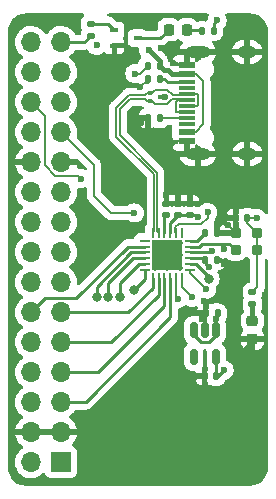
<source format=gbr>
%TF.GenerationSoftware,KiCad,Pcbnew,6.0.1-79c1e3a40b~116~ubuntu20.04.1*%
%TF.CreationDate,2022-02-18T15:29:32+02:00*%
%TF.ProjectId,colorlight-usb-phy-pmod,636f6c6f-726c-4696-9768-742d7573622d,rev?*%
%TF.SameCoordinates,Original*%
%TF.FileFunction,Copper,L1,Top*%
%TF.FilePolarity,Positive*%
%FSLAX46Y46*%
G04 Gerber Fmt 4.6, Leading zero omitted, Abs format (unit mm)*
G04 Created by KiCad (PCBNEW 6.0.1-79c1e3a40b~116~ubuntu20.04.1) date 2022-02-18 15:29:32*
%MOMM*%
%LPD*%
G01*
G04 APERTURE LIST*
G04 Aperture macros list*
%AMRoundRect*
0 Rectangle with rounded corners*
0 $1 Rounding radius*
0 $2 $3 $4 $5 $6 $7 $8 $9 X,Y pos of 4 corners*
0 Add a 4 corners polygon primitive as box body*
4,1,4,$2,$3,$4,$5,$6,$7,$8,$9,$2,$3,0*
0 Add four circle primitives for the rounded corners*
1,1,$1+$1,$2,$3*
1,1,$1+$1,$4,$5*
1,1,$1+$1,$6,$7*
1,1,$1+$1,$8,$9*
0 Add four rect primitives between the rounded corners*
20,1,$1+$1,$2,$3,$4,$5,0*
20,1,$1+$1,$4,$5,$6,$7,0*
20,1,$1+$1,$6,$7,$8,$9,0*
20,1,$1+$1,$8,$9,$2,$3,0*%
G04 Aperture macros list end*
%TA.AperFunction,SMDPad,CuDef*%
%ADD10RoundRect,0.150000X-0.150000X0.512500X-0.150000X-0.512500X0.150000X-0.512500X0.150000X0.512500X0*%
%TD*%
%TA.AperFunction,SMDPad,CuDef*%
%ADD11RoundRect,0.140000X-0.140000X-0.170000X0.140000X-0.170000X0.140000X0.170000X-0.140000X0.170000X0*%
%TD*%
%TA.AperFunction,SMDPad,CuDef*%
%ADD12RoundRect,0.062500X-0.062500X0.350000X-0.062500X-0.350000X0.062500X-0.350000X0.062500X0.350000X0*%
%TD*%
%TA.AperFunction,SMDPad,CuDef*%
%ADD13RoundRect,0.062500X-0.350000X0.062500X-0.350000X-0.062500X0.350000X-0.062500X0.350000X0.062500X0*%
%TD*%
%TA.AperFunction,ComponentPad*%
%ADD14C,0.500000*%
%TD*%
%TA.AperFunction,SMDPad,CuDef*%
%ADD15R,2.600000X2.600000*%
%TD*%
%TA.AperFunction,SMDPad,CuDef*%
%ADD16RoundRect,0.135000X-0.135000X-0.185000X0.135000X-0.185000X0.135000X0.185000X-0.135000X0.185000X0*%
%TD*%
%TA.AperFunction,SMDPad,CuDef*%
%ADD17RoundRect,0.140000X0.170000X-0.140000X0.170000X0.140000X-0.170000X0.140000X-0.170000X-0.140000X0*%
%TD*%
%TA.AperFunction,SMDPad,CuDef*%
%ADD18RoundRect,0.218750X-0.218750X-0.256250X0.218750X-0.256250X0.218750X0.256250X-0.218750X0.256250X0*%
%TD*%
%TA.AperFunction,SMDPad,CuDef*%
%ADD19RoundRect,0.200000X-0.250000X0.200000X-0.250000X-0.200000X0.250000X-0.200000X0.250000X0.200000X0*%
%TD*%
%TA.AperFunction,SMDPad,CuDef*%
%ADD20RoundRect,0.135000X-0.185000X0.135000X-0.185000X-0.135000X0.185000X-0.135000X0.185000X0.135000X0*%
%TD*%
%TA.AperFunction,SMDPad,CuDef*%
%ADD21R,1.450000X0.600000*%
%TD*%
%TA.AperFunction,SMDPad,CuDef*%
%ADD22R,1.450000X0.300000*%
%TD*%
%TA.AperFunction,ComponentPad*%
%ADD23O,2.100000X1.000000*%
%TD*%
%TA.AperFunction,ComponentPad*%
%ADD24O,1.600000X1.000000*%
%TD*%
%TA.AperFunction,SMDPad,CuDef*%
%ADD25RoundRect,0.135000X0.135000X0.185000X-0.135000X0.185000X-0.135000X-0.185000X0.135000X-0.185000X0*%
%TD*%
%TA.AperFunction,SMDPad,CuDef*%
%ADD26RoundRect,0.140000X0.140000X0.170000X-0.140000X0.170000X-0.140000X-0.170000X0.140000X-0.170000X0*%
%TD*%
%TA.AperFunction,ComponentPad*%
%ADD27R,1.700000X1.700000*%
%TD*%
%TA.AperFunction,ComponentPad*%
%ADD28O,1.700000X1.700000*%
%TD*%
%TA.AperFunction,SMDPad,CuDef*%
%ADD29R,0.300000X0.300000*%
%TD*%
%TA.AperFunction,SMDPad,CuDef*%
%ADD30R,0.700000X0.450000*%
%TD*%
%TA.AperFunction,SMDPad,CuDef*%
%ADD31RoundRect,0.218750X0.256250X-0.218750X0.256250X0.218750X-0.256250X0.218750X-0.256250X-0.218750X0*%
%TD*%
%TA.AperFunction,SMDPad,CuDef*%
%ADD32RoundRect,0.140000X-0.170000X0.140000X-0.170000X-0.140000X0.170000X-0.140000X0.170000X0.140000X0*%
%TD*%
%TA.AperFunction,SMDPad,CuDef*%
%ADD33RoundRect,0.135000X0.185000X-0.135000X0.185000X0.135000X-0.185000X0.135000X-0.185000X-0.135000X0*%
%TD*%
%TA.AperFunction,ViaPad*%
%ADD34C,0.600000*%
%TD*%
%TA.AperFunction,ViaPad*%
%ADD35C,0.800000*%
%TD*%
%TA.AperFunction,Conductor*%
%ADD36C,0.250000*%
%TD*%
%TA.AperFunction,Conductor*%
%ADD37C,0.200000*%
%TD*%
%TA.AperFunction,Conductor*%
%ADD38C,0.400000*%
%TD*%
%TA.AperFunction,Conductor*%
%ADD39C,0.175000*%
%TD*%
%TA.AperFunction,Conductor*%
%ADD40C,0.176000*%
%TD*%
G04 APERTURE END LIST*
D10*
%TO.P,U3,5,VOUT*%
%TO.N,+1V8*%
X56120000Y-113587500D03*
%TO.P,U3,4,NC*%
%TO.N,unconnected-(U3-Pad4)*%
X54220000Y-113587500D03*
%TO.P,U3,3,EN*%
%TO.N,+3V3*%
X54220000Y-111312500D03*
%TO.P,U3,2,GND*%
%TO.N,GND*%
X55170000Y-111312500D03*
%TO.P,U3,1,VIN*%
%TO.N,+3V3*%
X56120000Y-111312500D03*
%TD*%
D11*
%TO.P,C7,2*%
%TO.N,+1V8*%
X56125000Y-115225000D03*
%TO.P,C7,1*%
%TO.N,GND*%
X55165000Y-115225000D03*
%TD*%
%TO.P,C6,1*%
%TO.N,GND*%
X55290000Y-109900000D03*
%TO.P,C6,2*%
%TO.N,+3V3*%
X56250000Y-109900000D03*
%TD*%
D12*
%TO.P,U1,1,ID*%
%TO.N,unconnected-(U1-Pad1)*%
X53250000Y-103062500D03*
%TO.P,U1,2,VBUS*%
%TO.N,Net-(R2-Pad1)*%
X52750000Y-103062500D03*
%TO.P,U1,3,VBAT*%
%TO.N,+3V3*%
X52250000Y-103062500D03*
%TO.P,U1,4,VDD3.3*%
%TO.N,Net-(C1-Pad1)*%
X51750000Y-103062500D03*
%TO.P,U1,5,DM*%
%TO.N,/USB_D_N*%
X51250000Y-103062500D03*
%TO.P,U1,6,DP*%
%TO.N,/USB_D_P*%
X50750000Y-103062500D03*
D13*
%TO.P,U1,7,CPEN*%
%TO.N,unconnected-(U1-Pad7)*%
X50062500Y-103750000D03*
%TO.P,U1,8,DATA7*%
%TO.N,/D7*%
X50062500Y-104250000D03*
%TO.P,U1,9,DATA6*%
%TO.N,/D6*%
X50062500Y-104750000D03*
%TO.P,U1,10,DATA5*%
%TO.N,/D5*%
X50062500Y-105250000D03*
%TO.P,U1,11,DATA4*%
%TO.N,/D4*%
X50062500Y-105750000D03*
%TO.P,U1,12,CLKOUT*%
%TO.N,/CLKOUT*%
X50062500Y-106250000D03*
D12*
%TO.P,U1,13,DATA3*%
%TO.N,/D3*%
X50750000Y-106937500D03*
%TO.P,U1,14,DATA2*%
%TO.N,/D2*%
X51250000Y-106937500D03*
%TO.P,U1,15,DATA1*%
%TO.N,/D1*%
X51750000Y-106937500D03*
%TO.P,U1,16,DATA0*%
%TO.N,/D0*%
X52250000Y-106937500D03*
%TO.P,U1,17,VDDIO*%
%TO.N,+3V3*%
X52750000Y-106937500D03*
%TO.P,U1,18,NXT*%
%TO.N,/NXT*%
X53250000Y-106937500D03*
D13*
%TO.P,U1,19,DIR*%
%TO.N,/DIR*%
X53937500Y-106250000D03*
%TO.P,U1,20,STP*%
%TO.N,/STP*%
X53937500Y-105750000D03*
%TO.P,U1,21,VDD1.8*%
%TO.N,+1V8*%
X53937500Y-105250000D03*
%TO.P,U1,22,RESETB*%
%TO.N,/RST*%
X53937500Y-104750000D03*
%TO.P,U1,23,REFCLK*%
%TO.N,Net-(JP1-Pad1)*%
X53937500Y-104250000D03*
%TO.P,U1,24,RBIAS*%
%TO.N,Net-(R1-Pad2)*%
X53937500Y-103750000D03*
D14*
%TO.P,U1,25,GND*%
%TO.N,GND*%
X50950000Y-105000000D03*
X52000000Y-103950000D03*
X52000000Y-106050000D03*
X53050000Y-105000000D03*
X53050000Y-103950000D03*
X53050000Y-106050000D03*
X50950000Y-103950000D03*
D15*
X52000000Y-105000000D03*
D14*
X50950000Y-106050000D03*
X52000000Y-105000000D03*
%TD*%
D16*
%TO.P,R2,1*%
%TO.N,Net-(R2-Pad1)*%
X50320000Y-88950000D03*
%TO.P,R2,2*%
%TO.N,VBUS*%
X51340000Y-88950000D03*
%TD*%
D17*
%TO.P,C4,1*%
%TO.N,+3V3*%
X53900000Y-101580000D03*
%TO.P,C4,2*%
%TO.N,GND*%
X53900000Y-100620000D03*
%TD*%
D11*
%TO.P,C5,1*%
%TO.N,GND*%
X57820000Y-101800000D03*
%TO.P,C5,2*%
%TO.N,+3V3*%
X58780000Y-101800000D03*
%TD*%
D18*
%TO.P,D2,1,K*%
%TO.N,Net-(D2-Pad1)*%
X52112500Y-85900000D03*
%TO.P,D2,2,A*%
%TO.N,Net-(D2-Pad2)*%
X53687500Y-85900000D03*
%TD*%
D17*
%TO.P,C1,1*%
%TO.N,Net-(C1-Pad1)*%
X51900000Y-101580000D03*
%TO.P,C1,2*%
%TO.N,GND*%
X51900000Y-100620000D03*
%TD*%
D19*
%TO.P,X1,1,Tri-State*%
%TO.N,+3V3*%
X59625000Y-103075000D03*
%TO.P,X1,2,GND*%
%TO.N,GND*%
X57775000Y-103075000D03*
%TO.P,X1,3,OUT*%
%TO.N,Net-(JP1-Pad1)*%
X57775000Y-104525000D03*
%TO.P,X1,4,VDD*%
%TO.N,+3V3*%
X59625000Y-104525000D03*
%TD*%
D16*
%TO.P,R7,1*%
%TO.N,Net-(D2-Pad2)*%
X54890000Y-86000000D03*
%TO.P,R7,2*%
%TO.N,+3V3*%
X55910000Y-86000000D03*
%TD*%
D20*
%TO.P,R6,1*%
%TO.N,Net-(Q1-Pad1)*%
X45500000Y-85390000D03*
%TO.P,R6,2*%
%TO.N,/USR_LED*%
X45500000Y-86410000D03*
%TD*%
D21*
%TO.P,P1,A1,GND*%
%TO.N,GND*%
X53655000Y-95350000D03*
%TO.P,P1,A4,VBUS*%
%TO.N,VBUS*%
X53655000Y-94550000D03*
D22*
%TO.P,P1,A5,CC1*%
%TO.N,Net-(P1-PadA5)*%
X53655000Y-93350000D03*
%TO.P,P1,A6,D+*%
%TO.N,/USB_D_P*%
X53655000Y-92350000D03*
%TO.P,P1,A7,D-*%
%TO.N,/USB_D_N*%
X53655000Y-91850000D03*
%TO.P,P1,A8,SBU1*%
%TO.N,unconnected-(P1-PadA8)*%
X53655000Y-90850000D03*
D21*
%TO.P,P1,A9,VBUS*%
%TO.N,VBUS*%
X53655000Y-89650000D03*
%TO.P,P1,A12,GND*%
%TO.N,GND*%
X53655000Y-88850000D03*
%TO.P,P1,B1,GND*%
X53655000Y-88850000D03*
%TO.P,P1,B4,VBUS*%
%TO.N,VBUS*%
X53655000Y-89650000D03*
D22*
%TO.P,P1,B5,CC2*%
%TO.N,Net-(P1-PadB5)*%
X53655000Y-90350000D03*
%TO.P,P1,B6,D+*%
%TO.N,/USB_D_P*%
X53655000Y-91350000D03*
%TO.P,P1,B7,D-*%
%TO.N,/USB_D_N*%
X53655000Y-92850000D03*
%TO.P,P1,B8,SBU2*%
%TO.N,unconnected-(P1-PadB8)*%
X53655000Y-93850000D03*
D21*
%TO.P,P1,B9,VBUS*%
%TO.N,VBUS*%
X53655000Y-94550000D03*
%TO.P,P1,B12,GND*%
%TO.N,GND*%
X53655000Y-95350000D03*
D23*
%TO.P,P1,S1,SHIELD*%
X54570000Y-87780000D03*
D24*
X58750000Y-87780000D03*
D23*
X54570000Y-96420000D03*
D24*
X58750000Y-96420000D03*
%TD*%
D25*
%TO.P,R1,1*%
%TO.N,GND*%
X56210000Y-103100000D03*
%TO.P,R1,2*%
%TO.N,Net-(R1-Pad2)*%
X55190000Y-103100000D03*
%TD*%
D26*
%TO.P,C3,1*%
%TO.N,GND*%
X56180000Y-105400000D03*
%TO.P,C3,2*%
%TO.N,+1V8*%
X55220000Y-105400000D03*
%TD*%
D27*
%TO.P,J1,1,Pin_1*%
%TO.N,+3V3*%
X43000000Y-122500000D03*
D28*
%TO.P,J1,2,Pin_2*%
X40460000Y-122500000D03*
%TO.P,J1,3,Pin_3*%
%TO.N,GND*%
X43000000Y-119960000D03*
%TO.P,J1,4,Pin_4*%
X40460000Y-119960000D03*
%TO.P,J1,5,Pin_5*%
%TO.N,/D0*%
X43000000Y-117420000D03*
%TO.P,J1,6,Pin_6*%
%TO.N,/D4*%
X40460000Y-117420000D03*
%TO.P,J1,7,Pin_7*%
%TO.N,/D1*%
X43000000Y-114880000D03*
%TO.P,J1,8,Pin_8*%
%TO.N,/D5*%
X40460000Y-114880000D03*
%TO.P,J1,9,Pin_9*%
%TO.N,/D2*%
X43000000Y-112340000D03*
%TO.P,J1,10,Pin_10*%
%TO.N,/D6*%
X40460000Y-112340000D03*
%TO.P,J1,11,Pin_11*%
%TO.N,/D3*%
X43000000Y-109800000D03*
%TO.P,J1,12,Pin_12*%
%TO.N,/D7*%
X40460000Y-109800000D03*
%TO.P,J1,13,Pin_13*%
%TO.N,unconnected-(J1-Pad13)*%
X43000000Y-107260000D03*
%TO.P,J1,14,Pin_14*%
%TO.N,unconnected-(J1-Pad14)*%
X40460000Y-107260000D03*
%TO.P,J1,15,Pin_15*%
%TO.N,+5V*%
X43000000Y-104720000D03*
%TO.P,J1,16,Pin_16*%
%TO.N,unconnected-(J1-Pad16)*%
X40460000Y-104720000D03*
%TO.P,J1,17,Pin_17*%
%TO.N,unconnected-(J1-Pad17)*%
X43000000Y-102180000D03*
%TO.P,J1,18,Pin_18*%
%TO.N,unconnected-(J1-Pad18)*%
X40460000Y-102180000D03*
%TO.P,J1,19,Pin_19*%
%TO.N,+3V3*%
X43000000Y-99640000D03*
%TO.P,J1,20,Pin_20*%
X40460000Y-99640000D03*
%TO.P,J1,21,Pin_21*%
%TO.N,GND*%
X43000000Y-97100000D03*
%TO.P,J1,22,Pin_22*%
X40460000Y-97100000D03*
%TO.P,J1,23,Pin_23*%
%TO.N,/RST*%
X43000000Y-94560000D03*
%TO.P,J1,24,Pin_24*%
%TO.N,/CLKOUT*%
X40460000Y-94560000D03*
%TO.P,J1,25,Pin_25*%
%TO.N,/REFCLK*%
X43000000Y-92020000D03*
%TO.P,J1,26,Pin_26*%
%TO.N,/NXT*%
X40460000Y-92020000D03*
%TO.P,J1,27,Pin_27*%
%TO.N,unconnected-(J1-Pad27)*%
X43000000Y-89480000D03*
%TO.P,J1,28,Pin_28*%
%TO.N,/DIR*%
X40460000Y-89480000D03*
%TO.P,J1,29,Pin_29*%
%TO.N,/USR_LED*%
X43000000Y-86940000D03*
%TO.P,J1,30,Pin_30*%
%TO.N,/STP*%
X40460000Y-86940000D03*
%TD*%
D29*
%TO.P,U2,1,D+*%
%TO.N,/USB_D_P*%
X50513007Y-91224984D03*
%TO.P,U2,2,D-*%
%TO.N,/USB_D_N*%
X50513007Y-91924984D03*
%TO.P,U2,3,GND*%
%TO.N,GND*%
X51363007Y-91574984D03*
%TD*%
D30*
%TO.P,Q1,1,G*%
%TO.N,Net-(Q1-Pad1)*%
X47500000Y-85950000D03*
%TO.P,Q1,2,S*%
%TO.N,GND*%
X47500000Y-87250000D03*
%TO.P,Q1,3,D*%
%TO.N,Net-(D2-Pad1)*%
X49500000Y-86600000D03*
%TD*%
D25*
%TO.P,R4,1*%
%TO.N,Net-(P1-PadB5)*%
X51360000Y-90040000D03*
%TO.P,R4,2*%
%TO.N,GND*%
X50340000Y-90040000D03*
%TD*%
D16*
%TO.P,R3,1*%
%TO.N,GND*%
X50330000Y-93400000D03*
%TO.P,R3,2*%
%TO.N,Net-(P1-PadA5)*%
X51350000Y-93400000D03*
%TD*%
D31*
%TO.P,D1,1,K*%
%TO.N,GND*%
X59200000Y-112087500D03*
%TO.P,D1,2,A*%
%TO.N,Net-(D1-Pad2)*%
X59200000Y-110512500D03*
%TD*%
D32*
%TO.P,C2,1*%
%TO.N,GND*%
X52900000Y-100620000D03*
%TO.P,C2,2*%
%TO.N,+3V3*%
X52900000Y-101580000D03*
%TD*%
D33*
%TO.P,R5,1*%
%TO.N,Net-(D1-Pad2)*%
X59200000Y-109110000D03*
%TO.P,R5,2*%
%TO.N,+3V3*%
X59200000Y-108090000D03*
%TD*%
D34*
%TO.N,GND*%
X54200000Y-109750000D03*
X55100000Y-108875000D03*
X57975000Y-106975000D03*
%TO.N,+3V3*%
X56120000Y-110375000D03*
%TO.N,+1V8*%
X55539459Y-105968020D03*
X56795000Y-114725000D03*
%TO.N,GND*%
X54270000Y-115375000D03*
X54895000Y-110350000D03*
%TO.N,+3V3*%
X54600000Y-101750000D03*
X52900000Y-108650000D03*
X56200000Y-85100000D03*
X59550000Y-101850000D03*
%TO.N,/RST*%
X49200000Y-101400000D03*
X55789749Y-104624500D03*
D35*
%TO.N,/STP*%
X55500000Y-107000000D03*
D34*
%TO.N,/DIR*%
X55293979Y-107875591D03*
%TO.N,/NXT*%
X54100000Y-108550000D03*
X44650000Y-98500000D03*
D35*
%TO.N,/CLKOUT*%
X49200000Y-107900000D03*
%TO.N,/D4*%
X48000000Y-108500000D03*
%TO.N,/D5*%
X47000000Y-108500000D03*
%TO.N,/D6*%
X46000000Y-108500000D03*
D34*
%TO.N,GND*%
X57150000Y-102450000D03*
X47700000Y-96500000D03*
X45000000Y-105000000D03*
X52450000Y-88700000D03*
X50700000Y-95200000D03*
X57300000Y-99000000D03*
X49750000Y-93750000D03*
X58300000Y-113200000D03*
X47700000Y-91100000D03*
X52400000Y-95450000D03*
X51900000Y-99900000D03*
X49700000Y-90750000D03*
X53900000Y-99900000D03*
X46000000Y-93000000D03*
X52050000Y-113025000D03*
X47200000Y-88900000D03*
X56400000Y-102350000D03*
X52900000Y-99850000D03*
X56950000Y-101750000D03*
X46100000Y-119100000D03*
X48600000Y-100200000D03*
X56800000Y-105700000D03*
X51500000Y-87400000D03*
X51760000Y-91580000D03*
X52000000Y-98100000D03*
%TO.N,Net-(JP1-Pad1)*%
X56750000Y-104450000D03*
%TO.N,VBUS*%
X50400000Y-87600000D03*
%TO.N,Net-(R2-Pad1)*%
X49250000Y-89600000D03*
X55400000Y-101350000D03*
%TO.N,+5V*%
X46000000Y-87200000D03*
%TD*%
D36*
%TO.N,+3V3*%
X56125000Y-110612500D02*
X56125000Y-109675000D01*
%TO.N,+1V8*%
X55220000Y-105648561D02*
X55539459Y-105968020D01*
X55220000Y-105400000D02*
X55220000Y-105648561D01*
X56295000Y-115225000D02*
X56795000Y-114725000D01*
%TO.N,GND*%
X55165000Y-115225000D02*
X54420000Y-115225000D01*
%TO.N,+1V8*%
X56125000Y-115225000D02*
X56125000Y-113592500D01*
%TO.N,GND*%
X55290000Y-109955000D02*
X54895000Y-110350000D01*
X55170000Y-110625000D02*
X54895000Y-110350000D01*
X55175000Y-110612500D02*
X55175000Y-109925000D01*
%TO.N,+3V3*%
X56125000Y-110612500D02*
X56125000Y-110996072D01*
X54823448Y-112299520D02*
X54220000Y-111696072D01*
X56120000Y-111696072D02*
X55516552Y-112299520D01*
X55516552Y-112299520D02*
X54823448Y-112299520D01*
X55910000Y-86000000D02*
X55910000Y-85390000D01*
D37*
X59625000Y-104525000D02*
X59625000Y-103075000D01*
X58780000Y-102230000D02*
X59625000Y-103075000D01*
D36*
X55910000Y-85390000D02*
X56200000Y-85100000D01*
X54430000Y-101580000D02*
X54600000Y-101750000D01*
D37*
X59625000Y-107665000D02*
X59200000Y-108090000D01*
X58780000Y-101800000D02*
X59500000Y-101800000D01*
D36*
X53900000Y-101580000D02*
X52900000Y-101580000D01*
D37*
X59625000Y-104525000D02*
X59625000Y-107665000D01*
X59500000Y-101800000D02*
X59550000Y-101850000D01*
X52900000Y-108650000D02*
X52750000Y-108500000D01*
D36*
X53900000Y-101580000D02*
X54430000Y-101580000D01*
X52250000Y-103062500D02*
X52250000Y-102230000D01*
X52250000Y-102230000D02*
X52900000Y-101580000D01*
D37*
X52750000Y-108500000D02*
X52750000Y-106937500D01*
X58780000Y-101800000D02*
X58780000Y-102230000D01*
D36*
%TO.N,/D0*%
X52250000Y-110250000D02*
X45080000Y-117420000D01*
X52250000Y-106937500D02*
X52250000Y-110250000D01*
X45080000Y-117420000D02*
X43000000Y-117420000D01*
%TO.N,/D1*%
X51750000Y-106937500D02*
X51750000Y-109250000D01*
X46120000Y-114880000D02*
X43000000Y-114880000D01*
X51750000Y-109250000D02*
X46120000Y-114880000D01*
%TO.N,/D2*%
X51250000Y-108317859D02*
X47227859Y-112340000D01*
X51250000Y-106937500D02*
X51250000Y-108317859D01*
X47227859Y-112340000D02*
X43000000Y-112340000D01*
%TO.N,/D3*%
X48700000Y-109800000D02*
X50750000Y-107750000D01*
X43000000Y-109800000D02*
X48700000Y-109800000D01*
X50750000Y-107750000D02*
X50750000Y-106937500D01*
D37*
%TO.N,/RST*%
X45800000Y-99950000D02*
X47250000Y-101400000D01*
X45800000Y-97360000D02*
X45800000Y-99950000D01*
X47250000Y-101400000D02*
X49200000Y-101400000D01*
D36*
X53937500Y-104750000D02*
X55664249Y-104750000D01*
X55664249Y-104750000D02*
X55789749Y-104624500D01*
D37*
X43000000Y-94560000D02*
X45800000Y-97360000D01*
D36*
%TO.N,/STP*%
X54397328Y-105750000D02*
X53937500Y-105750000D01*
X55500000Y-106852672D02*
X54397328Y-105750000D01*
X55500000Y-107000000D02*
X55500000Y-106852672D01*
D37*
%TO.N,/DIR*%
X53937500Y-106250000D02*
X53937500Y-106519112D01*
X53937500Y-106519112D02*
X55293979Y-107875591D01*
%TO.N,/NXT*%
X53250000Y-107700000D02*
X54100000Y-108550000D01*
X44650000Y-98500000D02*
X44399511Y-98249511D01*
X53250000Y-106937500D02*
X53250000Y-107700000D01*
X41609511Y-97335166D02*
X41609511Y-93169511D01*
X44399511Y-98249511D02*
X42523856Y-98249511D01*
X41609511Y-93169511D02*
X40460000Y-92020000D01*
X42523856Y-98249511D02*
X41609511Y-97335166D01*
D36*
%TO.N,/CLKOUT*%
X49200000Y-107900000D02*
X50062500Y-107037500D01*
X50062500Y-107037500D02*
X50062500Y-106250000D01*
%TO.N,Net-(D2-Pad1)*%
X49500000Y-86600000D02*
X51412500Y-86600000D01*
X51412500Y-86600000D02*
X52112500Y-85900000D01*
%TO.N,/D4*%
X49602672Y-105750000D02*
X48000000Y-107352672D01*
X50062500Y-105750000D02*
X49602672Y-105750000D01*
X48000000Y-107352672D02*
X48000000Y-108500000D01*
%TO.N,/D5*%
X50062500Y-105250000D02*
X49062054Y-105250000D01*
X49062054Y-105250000D02*
X47656027Y-106656027D01*
X47000000Y-107312054D02*
X47000000Y-108500000D01*
X47656027Y-106656027D02*
X47000000Y-107312054D01*
%TO.N,/D6*%
X46000000Y-107676336D02*
X46000000Y-108500000D01*
X50062500Y-104750000D02*
X48926336Y-104750000D01*
X48926336Y-104750000D02*
X46000000Y-107676336D01*
%TO.N,/D7*%
X48676336Y-104250000D02*
X44300847Y-108625489D01*
X50062500Y-104250000D02*
X48676336Y-104250000D01*
X44300847Y-108625489D02*
X41634511Y-108625489D01*
X41634511Y-108625489D02*
X40460000Y-109800000D01*
D38*
%TO.N,GND*%
X59200000Y-112300000D02*
X58300000Y-113200000D01*
D37*
X56210000Y-102540000D02*
X56400000Y-102350000D01*
X50330000Y-93400000D02*
X50100000Y-93400000D01*
D36*
X52900000Y-100620000D02*
X52900000Y-99850000D01*
D38*
X59200000Y-112087500D02*
X59200000Y-112300000D01*
D37*
X57775000Y-103075000D02*
X57150000Y-102450000D01*
D36*
X53900000Y-100620000D02*
X53900000Y-99900000D01*
D37*
X56210000Y-103100000D02*
X56210000Y-102540000D01*
X57775000Y-103075000D02*
X56235000Y-103075000D01*
X56235000Y-103075000D02*
X56210000Y-103100000D01*
X50050000Y-90400000D02*
X49700000Y-90750000D01*
X57000000Y-101800000D02*
X56950000Y-101750000D01*
X50330000Y-90400000D02*
X50050000Y-90400000D01*
D36*
X47500000Y-87250000D02*
X47500000Y-88600000D01*
X51900000Y-100620000D02*
X51900000Y-99900000D01*
D37*
X53655000Y-95350000D02*
X52500000Y-95350000D01*
X53655000Y-88850000D02*
X52600000Y-88850000D01*
D36*
X47500000Y-88600000D02*
X47200000Y-88900000D01*
D37*
X56180000Y-105400000D02*
X56500000Y-105400000D01*
X52500000Y-95350000D02*
X52400000Y-95450000D01*
X50100000Y-93400000D02*
X49750000Y-93750000D01*
X56500000Y-105400000D02*
X56800000Y-105700000D01*
X57820000Y-101800000D02*
X57000000Y-101800000D01*
X52600000Y-88850000D02*
X52450000Y-88700000D01*
D36*
%TO.N,Net-(JP1-Pad1)*%
X54675718Y-104250000D02*
X54925718Y-104000000D01*
X56650000Y-104350000D02*
X56750000Y-104450000D01*
X54925718Y-104000000D02*
X56650000Y-104000000D01*
X57250000Y-104000000D02*
X57775000Y-104525000D01*
X56650000Y-104000000D02*
X56650000Y-104350000D01*
X53937500Y-104250000D02*
X54675718Y-104250000D01*
X56650000Y-104000000D02*
X57250000Y-104000000D01*
%TO.N,Net-(C1-Pad1)*%
X51750000Y-101730000D02*
X51900000Y-101580000D01*
X51750000Y-103062500D02*
X51750000Y-101730000D01*
%TO.N,+1V8*%
X55070000Y-105250000D02*
X55220000Y-105400000D01*
X53937500Y-105250000D02*
X55070000Y-105250000D01*
D39*
%TO.N,/USB_D_P*%
X54568011Y-91363011D02*
X54568011Y-92301989D01*
X54568011Y-92301989D02*
X54520000Y-92350000D01*
X54555000Y-91350000D02*
X54568011Y-91363011D01*
X52003149Y-90992989D02*
X52467660Y-91457500D01*
D40*
X50288006Y-91224984D02*
X50513007Y-91224984D01*
D39*
X50738008Y-91224984D02*
X50970003Y-90992989D01*
D40*
X47667000Y-92480766D02*
X48715782Y-91431984D01*
D39*
X53080000Y-91350000D02*
X53655000Y-91350000D01*
D40*
X50857000Y-98129234D02*
X47667000Y-94939234D01*
D39*
X52467660Y-91457500D02*
X52972500Y-91457500D01*
X50513007Y-91224984D02*
X50738008Y-91224984D01*
D40*
X50750000Y-103062500D02*
X50857000Y-102955500D01*
D39*
X52972500Y-91457500D02*
X53080000Y-91350000D01*
D40*
X50081006Y-91431984D02*
X50288006Y-91224984D01*
D39*
X54520000Y-92350000D02*
X53655000Y-92350000D01*
D40*
X47667000Y-94939234D02*
X47667000Y-92480766D01*
D39*
X50970003Y-90992989D02*
X52003149Y-90992989D01*
X53655000Y-91350000D02*
X54555000Y-91350000D01*
D40*
X48715782Y-91431984D02*
X50081006Y-91431984D01*
X50857000Y-102955500D02*
X50857000Y-98129234D01*
D36*
%TO.N,Net-(P1-PadB5)*%
X52050000Y-90350000D02*
X51740000Y-90040000D01*
X51740000Y-90040000D02*
X51360000Y-90040000D01*
X53655000Y-90350000D02*
X52050000Y-90350000D01*
D39*
%TO.N,/USB_D_N*%
X50513007Y-91924984D02*
X50738008Y-91924984D01*
D40*
X47953000Y-94820766D02*
X47953000Y-92599234D01*
X52754000Y-92850000D02*
X52741489Y-92837489D01*
D39*
X52003149Y-92167011D02*
X52427660Y-91742500D01*
X50980035Y-92167011D02*
X52003149Y-92167011D01*
D40*
X50081006Y-91717984D02*
X50288006Y-91924984D01*
D39*
X52972500Y-91742500D02*
X53080000Y-91850000D01*
D40*
X52902978Y-91850000D02*
X53655000Y-91850000D01*
X47953000Y-92599234D02*
X48834250Y-91717984D01*
X52741489Y-92011489D02*
X52902978Y-91850000D01*
X51143000Y-98010766D02*
X47953000Y-94820766D01*
X50288006Y-91924984D02*
X50513007Y-91924984D01*
D39*
X50738008Y-91924984D02*
X50980035Y-92167011D01*
D40*
X48834250Y-91717984D02*
X50081006Y-91717984D01*
D39*
X53080000Y-91850000D02*
X53655000Y-91850000D01*
X52427660Y-91742500D02*
X52972500Y-91742500D01*
D40*
X53655000Y-92850000D02*
X52754000Y-92850000D01*
X52741489Y-92837489D02*
X52741489Y-92011489D01*
X51143000Y-102955500D02*
X51143000Y-98010766D01*
X51250000Y-103062500D02*
X51143000Y-102955500D01*
D37*
%TO.N,Net-(P1-PadA5)*%
X51400000Y-93350000D02*
X53655000Y-93350000D01*
X51350000Y-93400000D02*
X51400000Y-93350000D01*
%TO.N,VBUS*%
X54429022Y-89650000D02*
X53655000Y-89650000D01*
D38*
X51350000Y-88940000D02*
X51340000Y-88950000D01*
X51350000Y-88550000D02*
X50400000Y-87600000D01*
D37*
X55050000Y-90270978D02*
X54429022Y-89650000D01*
X53655000Y-94550000D02*
X54400000Y-94550000D01*
D38*
X51340000Y-88950000D02*
X51720000Y-89330000D01*
X51350000Y-88550000D02*
X51350000Y-88940000D01*
D37*
X55050000Y-93900000D02*
X55050000Y-90270978D01*
D38*
X52040000Y-89330000D02*
X52360000Y-89650000D01*
X52360000Y-89650000D02*
X53655000Y-89650000D01*
X51720000Y-89330000D02*
X52040000Y-89330000D01*
D37*
X54400000Y-94550000D02*
X55050000Y-93900000D01*
D36*
%TO.N,Net-(R1-Pad2)*%
X53937500Y-103750000D02*
X54540000Y-103750000D01*
X54540000Y-103750000D02*
X55190000Y-103100000D01*
D37*
%TO.N,Net-(R2-Pad1)*%
X49250000Y-89600000D02*
X49670000Y-89600000D01*
X54848327Y-102349511D02*
X54351673Y-102349511D01*
X49670000Y-89600000D02*
X50320000Y-88950000D01*
X54351673Y-102349511D02*
X54302162Y-102300000D01*
X55400000Y-101350000D02*
X55400000Y-101797838D01*
X52950000Y-102300000D02*
X52674520Y-102575480D01*
X52674520Y-102575480D02*
X52674520Y-102987020D01*
X55400000Y-101797838D02*
X54848327Y-102349511D01*
X54302162Y-102300000D02*
X52950000Y-102300000D01*
X52674520Y-102987020D02*
X52750000Y-103062500D01*
D38*
%TO.N,Net-(D1-Pad2)*%
X59200000Y-109110000D02*
X59200000Y-110512500D01*
D36*
%TO.N,Net-(D2-Pad2)*%
X53687500Y-85900000D02*
X54790000Y-85900000D01*
X54790000Y-85900000D02*
X54890000Y-86000000D01*
%TO.N,/USR_LED*%
X43000000Y-86940000D02*
X44970000Y-86940000D01*
X44970000Y-86940000D02*
X45500000Y-86410000D01*
%TO.N,Net-(Q1-Pad1)*%
X45500000Y-85390000D02*
X46940000Y-85390000D01*
X46940000Y-85390000D02*
X47500000Y-85950000D01*
%TD*%
%TA.AperFunction,Conductor*%
%TO.N,GND*%
G36*
X44921509Y-84528002D02*
G01*
X44968002Y-84581658D01*
X44978106Y-84651932D01*
X44948612Y-84716512D01*
X44929585Y-84732354D01*
X44930549Y-84733597D01*
X44924280Y-84738460D01*
X44917459Y-84742494D01*
X44802494Y-84857459D01*
X44798460Y-84864280D01*
X44727338Y-84984542D01*
X44719731Y-84997404D01*
X44717520Y-85005015D01*
X44717519Y-85005017D01*
X44697991Y-85072232D01*
X44674371Y-85153534D01*
X44673867Y-85159941D01*
X44673866Y-85159945D01*
X44671804Y-85186147D01*
X44671500Y-85190011D01*
X44671501Y-85589988D01*
X44674371Y-85626466D01*
X44719731Y-85782596D01*
X44723767Y-85789421D01*
X44723769Y-85789425D01*
X44751231Y-85835861D01*
X44768691Y-85904677D01*
X44751231Y-85964139D01*
X44723769Y-86010575D01*
X44723767Y-86010579D01*
X44719731Y-86017404D01*
X44717520Y-86025015D01*
X44717519Y-86025017D01*
X44710456Y-86049328D01*
X44674371Y-86173534D01*
X44673867Y-86179943D01*
X44673866Y-86179946D01*
X44673045Y-86190383D01*
X44647761Y-86256725D01*
X44590624Y-86298866D01*
X44547433Y-86306500D01*
X44276805Y-86306500D01*
X44208684Y-86286498D01*
X44171013Y-86248940D01*
X44082822Y-86112617D01*
X44082820Y-86112614D01*
X44080014Y-86108277D01*
X43929670Y-85943051D01*
X43925619Y-85939852D01*
X43925615Y-85939848D01*
X43758414Y-85807800D01*
X43758410Y-85807798D01*
X43754359Y-85804598D01*
X43558789Y-85696638D01*
X43553920Y-85694914D01*
X43553916Y-85694912D01*
X43353087Y-85623795D01*
X43353083Y-85623794D01*
X43348212Y-85622069D01*
X43343119Y-85621162D01*
X43343116Y-85621161D01*
X43133373Y-85583800D01*
X43133367Y-85583799D01*
X43128284Y-85582894D01*
X43054452Y-85581992D01*
X42910081Y-85580228D01*
X42910079Y-85580228D01*
X42904911Y-85580165D01*
X42684091Y-85613955D01*
X42471756Y-85683357D01*
X42273607Y-85786507D01*
X42269474Y-85789610D01*
X42269471Y-85789612D01*
X42122448Y-85900000D01*
X42094965Y-85920635D01*
X42042150Y-85975903D01*
X41979379Y-86041589D01*
X41940629Y-86082138D01*
X41833201Y-86239621D01*
X41778293Y-86284621D01*
X41707768Y-86292792D01*
X41644021Y-86261538D01*
X41623324Y-86237054D01*
X41542822Y-86112617D01*
X41542820Y-86112614D01*
X41540014Y-86108277D01*
X41389670Y-85943051D01*
X41385619Y-85939852D01*
X41385615Y-85939848D01*
X41218414Y-85807800D01*
X41218410Y-85807798D01*
X41214359Y-85804598D01*
X41018789Y-85696638D01*
X41013920Y-85694914D01*
X41013916Y-85694912D01*
X40813087Y-85623795D01*
X40813083Y-85623794D01*
X40808212Y-85622069D01*
X40803119Y-85621162D01*
X40803116Y-85621161D01*
X40593373Y-85583800D01*
X40593367Y-85583799D01*
X40588284Y-85582894D01*
X40514452Y-85581992D01*
X40370081Y-85580228D01*
X40370079Y-85580228D01*
X40364911Y-85580165D01*
X40144091Y-85613955D01*
X39931756Y-85683357D01*
X39733607Y-85786507D01*
X39729474Y-85789610D01*
X39729471Y-85789612D01*
X39582448Y-85900000D01*
X39554965Y-85920635D01*
X39502150Y-85975903D01*
X39439379Y-86041589D01*
X39400629Y-86082138D01*
X39274743Y-86266680D01*
X39259803Y-86298866D01*
X39189919Y-86449419D01*
X39180688Y-86469305D01*
X39120989Y-86684570D01*
X39097251Y-86906695D01*
X39097548Y-86911848D01*
X39097548Y-86911851D01*
X39107428Y-87083207D01*
X39110110Y-87129715D01*
X39111247Y-87134761D01*
X39111248Y-87134767D01*
X39127945Y-87208856D01*
X39159222Y-87347639D01*
X39183390Y-87407158D01*
X39239570Y-87545513D01*
X39243266Y-87554616D01*
X39292285Y-87634608D01*
X39357291Y-87740688D01*
X39359987Y-87745088D01*
X39506250Y-87913938D01*
X39650866Y-88034000D01*
X39660949Y-88042371D01*
X39678126Y-88056632D01*
X39714726Y-88078019D01*
X39751445Y-88099476D01*
X39800169Y-88151114D01*
X39813240Y-88220897D01*
X39786509Y-88286669D01*
X39746055Y-88320027D01*
X39733607Y-88326507D01*
X39729474Y-88329610D01*
X39729471Y-88329612D01*
X39559100Y-88457530D01*
X39554965Y-88460635D01*
X39506219Y-88511645D01*
X39441727Y-88579132D01*
X39400629Y-88622138D01*
X39397720Y-88626403D01*
X39397714Y-88626411D01*
X39370294Y-88666607D01*
X39274743Y-88806680D01*
X39180688Y-89009305D01*
X39120989Y-89224570D01*
X39097251Y-89446695D01*
X39097548Y-89451848D01*
X39097548Y-89451851D01*
X39103011Y-89546590D01*
X39110110Y-89669715D01*
X39111247Y-89674761D01*
X39111248Y-89674767D01*
X39127696Y-89747751D01*
X39159222Y-89887639D01*
X39243266Y-90094616D01*
X39294019Y-90177438D01*
X39357291Y-90280688D01*
X39359987Y-90285088D01*
X39506250Y-90453938D01*
X39678126Y-90596632D01*
X39739093Y-90632258D01*
X39751445Y-90639476D01*
X39800169Y-90691114D01*
X39813240Y-90760897D01*
X39786509Y-90826669D01*
X39746055Y-90860027D01*
X39733607Y-90866507D01*
X39729474Y-90869610D01*
X39729471Y-90869612D01*
X39559100Y-90997530D01*
X39554965Y-91000635D01*
X39400629Y-91162138D01*
X39274743Y-91346680D01*
X39180688Y-91549305D01*
X39120989Y-91764570D01*
X39097251Y-91986695D01*
X39097548Y-91991848D01*
X39097548Y-91991851D01*
X39103202Y-92089908D01*
X39110110Y-92209715D01*
X39111247Y-92214761D01*
X39111248Y-92214767D01*
X39131119Y-92302939D01*
X39159222Y-92427639D01*
X39243266Y-92634616D01*
X39359987Y-92825088D01*
X39506250Y-92993938D01*
X39678126Y-93136632D01*
X39701022Y-93150011D01*
X39751445Y-93179476D01*
X39800169Y-93231114D01*
X39813240Y-93300897D01*
X39786509Y-93366669D01*
X39746055Y-93400027D01*
X39733607Y-93406507D01*
X39729474Y-93409610D01*
X39729471Y-93409612D01*
X39705247Y-93427800D01*
X39554965Y-93540635D01*
X39551393Y-93544373D01*
X39415606Y-93686466D01*
X39400629Y-93702138D01*
X39274743Y-93886680D01*
X39240069Y-93961379D01*
X39207215Y-94032158D01*
X39180688Y-94089305D01*
X39120989Y-94304570D01*
X39097251Y-94526695D01*
X39097548Y-94531848D01*
X39097548Y-94531851D01*
X39103011Y-94626590D01*
X39110110Y-94749715D01*
X39111247Y-94754761D01*
X39111248Y-94754767D01*
X39131119Y-94842939D01*
X39159222Y-94967639D01*
X39243266Y-95174616D01*
X39266948Y-95213261D01*
X39356147Y-95358821D01*
X39359987Y-95365088D01*
X39363367Y-95368990D01*
X39370544Y-95377275D01*
X39506250Y-95533938D01*
X39678126Y-95676632D01*
X39708064Y-95694126D01*
X39751955Y-95719774D01*
X39800679Y-95771412D01*
X39813750Y-95841195D01*
X39787019Y-95906967D01*
X39746562Y-95940327D01*
X39738457Y-95944546D01*
X39729738Y-95950036D01*
X39559433Y-96077905D01*
X39551726Y-96084748D01*
X39404590Y-96238717D01*
X39398104Y-96246727D01*
X39278098Y-96422649D01*
X39273000Y-96431623D01*
X39183338Y-96624783D01*
X39179775Y-96634470D01*
X39124389Y-96834183D01*
X39125912Y-96842607D01*
X39138292Y-96846000D01*
X40875011Y-96846000D01*
X40943132Y-96866002D01*
X40989625Y-96919658D01*
X41001011Y-96972000D01*
X41001011Y-97228000D01*
X40981009Y-97296121D01*
X40927353Y-97342614D01*
X40875011Y-97354000D01*
X39143225Y-97354000D01*
X39129694Y-97357973D01*
X39128257Y-97367966D01*
X39158565Y-97502446D01*
X39161645Y-97512275D01*
X39241770Y-97709603D01*
X39246413Y-97718794D01*
X39357694Y-97900388D01*
X39363777Y-97908699D01*
X39503213Y-98069667D01*
X39510580Y-98076883D01*
X39674434Y-98212916D01*
X39682881Y-98218831D01*
X39751969Y-98259203D01*
X39800693Y-98310842D01*
X39813764Y-98380625D01*
X39787033Y-98446396D01*
X39746584Y-98479752D01*
X39733607Y-98486507D01*
X39729474Y-98489610D01*
X39729471Y-98489612D01*
X39559100Y-98617530D01*
X39554965Y-98620635D01*
X39400629Y-98782138D01*
X39274743Y-98966680D01*
X39180688Y-99169305D01*
X39120989Y-99384570D01*
X39097251Y-99606695D01*
X39097548Y-99611848D01*
X39097548Y-99611851D01*
X39109812Y-99824547D01*
X39110110Y-99829715D01*
X39111247Y-99834761D01*
X39111248Y-99834767D01*
X39126367Y-99901851D01*
X39159222Y-100047639D01*
X39243266Y-100254616D01*
X39294019Y-100337438D01*
X39357291Y-100440688D01*
X39359987Y-100445088D01*
X39506250Y-100613938D01*
X39678126Y-100756632D01*
X39736884Y-100790967D01*
X39751445Y-100799476D01*
X39800169Y-100851114D01*
X39813240Y-100920897D01*
X39786509Y-100986669D01*
X39746055Y-101020027D01*
X39733607Y-101026507D01*
X39729474Y-101029610D01*
X39729471Y-101029612D01*
X39617727Y-101113512D01*
X39554965Y-101160635D01*
X39400629Y-101322138D01*
X39397720Y-101326403D01*
X39397714Y-101326411D01*
X39347515Y-101400000D01*
X39274743Y-101506680D01*
X39180688Y-101709305D01*
X39120989Y-101924570D01*
X39097251Y-102146695D01*
X39097548Y-102151848D01*
X39097548Y-102151851D01*
X39109340Y-102356358D01*
X39110110Y-102369715D01*
X39111247Y-102374761D01*
X39111248Y-102374767D01*
X39124626Y-102434128D01*
X39159222Y-102587639D01*
X39243266Y-102794616D01*
X39294019Y-102877438D01*
X39357291Y-102980688D01*
X39359987Y-102985088D01*
X39506250Y-103153938D01*
X39647398Y-103271121D01*
X39666297Y-103286811D01*
X39678126Y-103296632D01*
X39738025Y-103331634D01*
X39751445Y-103339476D01*
X39800169Y-103391114D01*
X39813240Y-103460897D01*
X39786509Y-103526669D01*
X39746055Y-103560027D01*
X39733607Y-103566507D01*
X39729474Y-103569610D01*
X39729471Y-103569612D01*
X39559100Y-103697530D01*
X39554965Y-103700635D01*
X39551393Y-103704373D01*
X39460010Y-103800000D01*
X39400629Y-103862138D01*
X39397720Y-103866403D01*
X39397714Y-103866411D01*
X39382798Y-103888277D01*
X39274743Y-104046680D01*
X39180688Y-104249305D01*
X39120989Y-104464570D01*
X39097251Y-104686695D01*
X39097548Y-104691848D01*
X39097548Y-104691851D01*
X39106663Y-104849925D01*
X39110110Y-104909715D01*
X39111247Y-104914761D01*
X39111248Y-104914767D01*
X39128298Y-104990420D01*
X39159222Y-105127639D01*
X39197461Y-105221811D01*
X39230710Y-105303693D01*
X39243266Y-105334616D01*
X39285161Y-105402982D01*
X39357291Y-105520688D01*
X39359987Y-105525088D01*
X39506250Y-105693938D01*
X39678126Y-105836632D01*
X39707865Y-105854010D01*
X39751445Y-105879476D01*
X39800169Y-105931114D01*
X39813240Y-106000897D01*
X39786509Y-106066669D01*
X39746055Y-106100027D01*
X39733607Y-106106507D01*
X39729474Y-106109610D01*
X39729471Y-106109612D01*
X39585237Y-106217906D01*
X39554965Y-106240635D01*
X39400629Y-106402138D01*
X39397720Y-106406403D01*
X39397714Y-106406411D01*
X39344645Y-106484207D01*
X39274743Y-106586680D01*
X39180688Y-106789305D01*
X39120989Y-107004570D01*
X39097251Y-107226695D01*
X39097548Y-107231848D01*
X39097548Y-107231851D01*
X39104794Y-107357519D01*
X39110110Y-107449715D01*
X39111247Y-107454761D01*
X39111248Y-107454767D01*
X39135304Y-107561508D01*
X39159222Y-107667639D01*
X39202586Y-107774432D01*
X39234706Y-107853534D01*
X39243266Y-107874616D01*
X39359987Y-108065088D01*
X39506250Y-108233938D01*
X39678126Y-108376632D01*
X39705627Y-108392702D01*
X39751445Y-108419476D01*
X39800169Y-108471114D01*
X39813240Y-108540897D01*
X39786509Y-108606669D01*
X39746055Y-108640027D01*
X39733607Y-108646507D01*
X39729474Y-108649610D01*
X39729471Y-108649612D01*
X39559100Y-108777530D01*
X39554965Y-108780635D01*
X39400629Y-108942138D01*
X39397715Y-108946410D01*
X39397714Y-108946411D01*
X39345763Y-109022568D01*
X39274743Y-109126680D01*
X39237252Y-109207448D01*
X39183260Y-109323765D01*
X39180688Y-109329305D01*
X39120989Y-109544570D01*
X39097251Y-109766695D01*
X39097548Y-109771848D01*
X39097548Y-109771851D01*
X39105180Y-109904208D01*
X39110110Y-109989715D01*
X39111247Y-109994761D01*
X39111248Y-109994767D01*
X39135304Y-110101508D01*
X39159222Y-110207639D01*
X39211514Y-110336419D01*
X39232290Y-110387584D01*
X39243266Y-110414616D01*
X39286434Y-110485060D01*
X39357291Y-110600688D01*
X39359987Y-110605088D01*
X39506250Y-110773938D01*
X39678126Y-110916632D01*
X39748595Y-110957811D01*
X39751445Y-110959476D01*
X39800169Y-111011114D01*
X39813240Y-111080897D01*
X39786509Y-111146669D01*
X39746055Y-111180027D01*
X39733607Y-111186507D01*
X39729474Y-111189610D01*
X39729471Y-111189612D01*
X39705247Y-111207800D01*
X39554965Y-111320635D01*
X39400629Y-111482138D01*
X39397720Y-111486403D01*
X39397714Y-111486411D01*
X39379838Y-111512617D01*
X39274743Y-111666680D01*
X39246646Y-111727210D01*
X39198084Y-111831829D01*
X39180688Y-111869305D01*
X39120989Y-112084570D01*
X39097251Y-112306695D01*
X39097548Y-112311848D01*
X39097548Y-112311851D01*
X39105386Y-112447790D01*
X39110110Y-112529715D01*
X39111247Y-112534761D01*
X39111248Y-112534767D01*
X39116069Y-112556157D01*
X39159222Y-112747639D01*
X39243266Y-112954616D01*
X39282997Y-113019452D01*
X39357291Y-113140688D01*
X39359987Y-113145088D01*
X39506250Y-113313938D01*
X39678126Y-113456632D01*
X39748595Y-113497811D01*
X39751445Y-113499476D01*
X39800169Y-113551114D01*
X39813240Y-113620897D01*
X39786509Y-113686669D01*
X39746055Y-113720027D01*
X39733607Y-113726507D01*
X39729474Y-113729610D01*
X39729471Y-113729612D01*
X39587456Y-113836240D01*
X39554965Y-113860635D01*
X39400629Y-114022138D01*
X39274743Y-114206680D01*
X39257596Y-114243621D01*
X39194242Y-114380106D01*
X39180688Y-114409305D01*
X39120989Y-114624570D01*
X39097251Y-114846695D01*
X39097548Y-114851848D01*
X39097548Y-114851851D01*
X39103366Y-114952746D01*
X39110110Y-115069715D01*
X39111247Y-115074761D01*
X39111248Y-115074767D01*
X39114752Y-115090314D01*
X39159222Y-115287639D01*
X39197461Y-115381811D01*
X39237604Y-115480671D01*
X39243266Y-115494616D01*
X39292285Y-115574608D01*
X39357291Y-115680688D01*
X39359987Y-115685088D01*
X39506250Y-115853938D01*
X39678126Y-115996632D01*
X39715648Y-116018558D01*
X39751445Y-116039476D01*
X39800169Y-116091114D01*
X39813240Y-116160897D01*
X39786509Y-116226669D01*
X39746055Y-116260027D01*
X39733607Y-116266507D01*
X39729474Y-116269610D01*
X39729471Y-116269612D01*
X39705247Y-116287800D01*
X39554965Y-116400635D01*
X39400629Y-116562138D01*
X39274743Y-116746680D01*
X39180688Y-116949305D01*
X39120989Y-117164570D01*
X39097251Y-117386695D01*
X39110110Y-117609715D01*
X39111247Y-117614761D01*
X39111248Y-117614767D01*
X39135304Y-117721508D01*
X39159222Y-117827639D01*
X39219014Y-117974890D01*
X39236662Y-118018351D01*
X39243266Y-118034616D01*
X39292285Y-118114608D01*
X39357291Y-118220688D01*
X39359987Y-118225088D01*
X39506250Y-118393938D01*
X39678126Y-118536632D01*
X39751955Y-118579774D01*
X39800679Y-118631412D01*
X39813750Y-118701195D01*
X39787019Y-118766967D01*
X39746562Y-118800327D01*
X39738457Y-118804546D01*
X39729738Y-118810036D01*
X39559433Y-118937905D01*
X39551726Y-118944748D01*
X39404590Y-119098717D01*
X39398104Y-119106727D01*
X39278098Y-119282649D01*
X39273000Y-119291623D01*
X39183338Y-119484783D01*
X39179775Y-119494470D01*
X39124389Y-119694183D01*
X39125912Y-119702607D01*
X39138292Y-119706000D01*
X44318344Y-119706000D01*
X44331875Y-119702027D01*
X44333180Y-119692947D01*
X44291214Y-119525875D01*
X44287894Y-119516124D01*
X44202972Y-119320814D01*
X44198105Y-119311739D01*
X44082426Y-119132926D01*
X44076136Y-119124757D01*
X43932806Y-118967240D01*
X43925273Y-118960215D01*
X43758139Y-118828222D01*
X43749556Y-118822520D01*
X43712602Y-118802120D01*
X43662631Y-118751687D01*
X43647859Y-118682245D01*
X43672975Y-118615839D01*
X43700327Y-118589232D01*
X43723797Y-118572491D01*
X43879860Y-118461173D01*
X44038096Y-118303489D01*
X44097594Y-118220689D01*
X44165435Y-118126277D01*
X44168453Y-118122077D01*
X44170746Y-118117437D01*
X44172446Y-118114608D01*
X44224674Y-118066518D01*
X44280451Y-118053500D01*
X45001233Y-118053500D01*
X45012416Y-118054027D01*
X45019909Y-118055702D01*
X45027835Y-118055453D01*
X45027836Y-118055453D01*
X45087986Y-118053562D01*
X45091945Y-118053500D01*
X45119856Y-118053500D01*
X45123791Y-118053003D01*
X45123856Y-118052995D01*
X45135693Y-118052062D01*
X45167951Y-118051048D01*
X45171970Y-118050922D01*
X45179889Y-118050673D01*
X45199343Y-118045021D01*
X45218700Y-118041013D01*
X45230930Y-118039468D01*
X45230931Y-118039468D01*
X45238797Y-118038474D01*
X45246168Y-118035555D01*
X45246170Y-118035555D01*
X45279912Y-118022196D01*
X45291142Y-118018351D01*
X45325983Y-118008229D01*
X45325984Y-118008229D01*
X45333593Y-118006018D01*
X45340412Y-118001985D01*
X45340417Y-118001983D01*
X45351028Y-117995707D01*
X45368776Y-117987012D01*
X45387617Y-117979552D01*
X45423387Y-117953564D01*
X45433307Y-117947048D01*
X45464535Y-117928580D01*
X45464538Y-117928578D01*
X45471362Y-117924542D01*
X45485683Y-117910221D01*
X45500717Y-117897380D01*
X45510694Y-117890131D01*
X45517107Y-117885472D01*
X45545298Y-117851395D01*
X45553288Y-117842616D01*
X47902129Y-115493775D01*
X54379937Y-115493775D01*
X54381688Y-115503359D01*
X54423357Y-115646784D01*
X54429604Y-115661220D01*
X54504876Y-115788499D01*
X54514516Y-115800926D01*
X54619074Y-115905484D01*
X54631501Y-115915124D01*
X54758780Y-115990396D01*
X54773216Y-115996643D01*
X54893605Y-116031619D01*
X54907705Y-116031579D01*
X54911000Y-116024309D01*
X54911000Y-115497115D01*
X54906525Y-115481876D01*
X54905135Y-115480671D01*
X54897452Y-115479000D01*
X54396576Y-115479000D01*
X54381781Y-115483344D01*
X54379937Y-115493775D01*
X47902129Y-115493775D01*
X49229402Y-114166502D01*
X53411500Y-114166502D01*
X53411693Y-114168950D01*
X53411693Y-114168958D01*
X53412331Y-114177054D01*
X53414438Y-114203831D01*
X53460855Y-114363601D01*
X53464892Y-114370427D01*
X53541509Y-114499980D01*
X53541511Y-114499983D01*
X53545547Y-114506807D01*
X53663193Y-114624453D01*
X53670017Y-114628489D01*
X53670020Y-114628491D01*
X53713781Y-114654371D01*
X53806399Y-114709145D01*
X53814010Y-114711356D01*
X53814012Y-114711357D01*
X53847418Y-114721062D01*
X53966169Y-114755562D01*
X53972574Y-114756066D01*
X53972579Y-114756067D01*
X54001042Y-114758307D01*
X54001050Y-114758307D01*
X54003498Y-114758500D01*
X54268532Y-114758500D01*
X54336653Y-114778502D01*
X54383146Y-114832158D01*
X54393250Y-114902432D01*
X54389528Y-114919655D01*
X54381688Y-114946638D01*
X54380232Y-114954609D01*
X54383052Y-114968031D01*
X54394513Y-114971000D01*
X54892885Y-114971000D01*
X54908124Y-114966525D01*
X54909329Y-114965135D01*
X54911000Y-114957452D01*
X54911000Y-114513298D01*
X54928547Y-114449159D01*
X54975107Y-114370430D01*
X54975109Y-114370426D01*
X54979145Y-114363601D01*
X55025562Y-114203831D01*
X55027670Y-114177054D01*
X55028307Y-114168958D01*
X55028307Y-114168950D01*
X55028500Y-114166502D01*
X55028500Y-113059020D01*
X55048502Y-112990899D01*
X55102158Y-112944406D01*
X55154500Y-112933020D01*
X55185500Y-112933020D01*
X55253621Y-112953022D01*
X55300114Y-113006678D01*
X55311500Y-113059020D01*
X55311500Y-114166502D01*
X55311693Y-114168950D01*
X55311693Y-114168958D01*
X55312331Y-114177054D01*
X55314438Y-114203831D01*
X55360855Y-114363601D01*
X55364891Y-114370426D01*
X55364893Y-114370430D01*
X55401453Y-114432250D01*
X55419000Y-114496389D01*
X55419000Y-114703621D01*
X55401454Y-114767760D01*
X55385106Y-114795403D01*
X55339394Y-114952746D01*
X55338890Y-114959151D01*
X55338889Y-114959156D01*
X55338191Y-114968031D01*
X55336500Y-114989516D01*
X55336500Y-115460484D01*
X55336693Y-115462932D01*
X55336693Y-115462940D01*
X55338810Y-115489829D01*
X55339394Y-115497254D01*
X55385106Y-115654597D01*
X55389141Y-115661419D01*
X55389141Y-115661420D01*
X55401454Y-115682240D01*
X55419000Y-115746379D01*
X55419000Y-116018558D01*
X55422973Y-116032089D01*
X55430871Y-116033224D01*
X55556784Y-115996643D01*
X55571222Y-115990395D01*
X55580372Y-115984984D01*
X55649188Y-115967526D01*
X55708647Y-115984985D01*
X55716531Y-115989647D01*
X55725403Y-115994894D01*
X55733014Y-115997105D01*
X55733016Y-115997106D01*
X55783995Y-116011916D01*
X55882746Y-116040606D01*
X55889151Y-116041110D01*
X55889156Y-116041111D01*
X55917060Y-116043307D01*
X55917068Y-116043307D01*
X55919516Y-116043500D01*
X56330484Y-116043500D01*
X56332932Y-116043307D01*
X56332940Y-116043307D01*
X56360844Y-116041111D01*
X56360849Y-116041110D01*
X56367254Y-116040606D01*
X56466005Y-116011916D01*
X56516984Y-115997106D01*
X56516986Y-115997105D01*
X56524597Y-115994894D01*
X56532205Y-115990395D01*
X56658808Y-115915522D01*
X56665629Y-115911488D01*
X56781488Y-115795629D01*
X56864894Y-115654597D01*
X56879053Y-115605860D01*
X56917266Y-115546026D01*
X56961114Y-115521181D01*
X57124409Y-115468124D01*
X57124412Y-115468123D01*
X57131108Y-115465947D01*
X57227513Y-115408478D01*
X57280860Y-115376677D01*
X57280862Y-115376676D01*
X57286912Y-115373069D01*
X57418266Y-115247982D01*
X57518643Y-115096902D01*
X57568697Y-114965135D01*
X57580555Y-114933920D01*
X57580556Y-114933918D01*
X57583055Y-114927338D01*
X57602556Y-114788580D01*
X57607748Y-114751639D01*
X57607748Y-114751636D01*
X57608299Y-114747717D01*
X57608616Y-114725000D01*
X57588397Y-114544745D01*
X57571558Y-114496389D01*
X57531064Y-114380106D01*
X57531062Y-114380103D01*
X57528745Y-114373448D01*
X57432626Y-114219624D01*
X57427664Y-114214627D01*
X57309778Y-114095915D01*
X57309774Y-114095912D01*
X57304815Y-114090918D01*
X57151666Y-113993727D01*
X57112253Y-113979693D01*
X57012233Y-113944077D01*
X56954769Y-113902383D01*
X56928969Y-113836240D01*
X56928500Y-113825378D01*
X56928500Y-113008498D01*
X56927115Y-112990899D01*
X56926067Y-112977579D01*
X56926066Y-112977574D01*
X56925562Y-112971169D01*
X56896528Y-112871231D01*
X56881357Y-112819012D01*
X56881356Y-112819010D01*
X56879145Y-112811399D01*
X56844268Y-112752425D01*
X56798491Y-112675020D01*
X56798489Y-112675017D01*
X56794453Y-112668193D01*
X56676807Y-112550547D01*
X56672998Y-112548294D01*
X56632345Y-112492004D01*
X56628494Y-112421112D01*
X56663582Y-112359391D01*
X56669433Y-112354321D01*
X58217158Y-112354321D01*
X58217337Y-112357782D01*
X58226804Y-112449021D01*
X58229697Y-112462417D01*
X58278830Y-112609687D01*
X58285004Y-112622866D01*
X58366470Y-112754514D01*
X58375506Y-112765915D01*
X58485080Y-112875298D01*
X58496491Y-112884310D01*
X58628291Y-112965553D01*
X58641468Y-112971697D01*
X58788843Y-113020579D01*
X58802210Y-113023445D01*
X58892270Y-113032672D01*
X58898685Y-113033000D01*
X58927885Y-113033000D01*
X58943124Y-113028525D01*
X58944329Y-113027135D01*
X58946000Y-113019452D01*
X58946000Y-113014885D01*
X59454000Y-113014885D01*
X59458475Y-113030124D01*
X59459865Y-113031329D01*
X59467548Y-113033000D01*
X59501266Y-113033000D01*
X59507782Y-113032663D01*
X59599021Y-113023196D01*
X59612417Y-113020303D01*
X59759687Y-112971170D01*
X59772866Y-112964996D01*
X59904514Y-112883530D01*
X59915915Y-112874494D01*
X60025298Y-112764920D01*
X60034310Y-112753509D01*
X60115553Y-112621709D01*
X60121697Y-112608532D01*
X60170579Y-112461157D01*
X60173445Y-112447790D01*
X60182614Y-112358300D01*
X60178525Y-112344376D01*
X60177135Y-112343171D01*
X60169452Y-112341500D01*
X59472115Y-112341500D01*
X59456876Y-112345975D01*
X59455671Y-112347365D01*
X59454000Y-112355048D01*
X59454000Y-113014885D01*
X58946000Y-113014885D01*
X58946000Y-112359615D01*
X58941525Y-112344376D01*
X58940135Y-112343171D01*
X58932452Y-112341500D01*
X58235115Y-112341500D01*
X58219876Y-112345975D01*
X58218671Y-112347365D01*
X58217158Y-112354321D01*
X56669433Y-112354321D01*
X56671276Y-112352724D01*
X56676807Y-112349453D01*
X56794453Y-112231807D01*
X56798489Y-112224983D01*
X56798491Y-112224980D01*
X56875108Y-112095427D01*
X56879145Y-112088601D01*
X56881764Y-112079588D01*
X56923767Y-111935008D01*
X56925562Y-111928831D01*
X56928500Y-111891502D01*
X56928500Y-110733498D01*
X56925562Y-110696169D01*
X56923768Y-110689992D01*
X56914343Y-110657553D01*
X56909258Y-110640050D01*
X56908274Y-110577370D01*
X56908055Y-110577339D01*
X56908251Y-110575942D01*
X56909401Y-110567765D01*
X56919682Y-110494608D01*
X56924711Y-110458820D01*
X56941031Y-110412220D01*
X56989894Y-110329597D01*
X56995653Y-110309776D01*
X57014347Y-110245428D01*
X57035606Y-110172254D01*
X57036817Y-110156876D01*
X57038307Y-110137940D01*
X57038307Y-110137932D01*
X57038500Y-110135484D01*
X57038500Y-109664516D01*
X57038307Y-109662060D01*
X57036111Y-109634156D01*
X57036110Y-109634151D01*
X57035606Y-109627746D01*
X56989894Y-109470403D01*
X56917291Y-109347637D01*
X56910522Y-109336192D01*
X56906488Y-109329371D01*
X56790629Y-109213512D01*
X56728725Y-109176902D01*
X56656420Y-109134141D01*
X56656419Y-109134141D01*
X56649597Y-109130106D01*
X56641986Y-109127895D01*
X56641984Y-109127894D01*
X56591005Y-109113084D01*
X56492254Y-109084394D01*
X56485849Y-109083890D01*
X56485844Y-109083889D01*
X56457940Y-109081693D01*
X56457932Y-109081693D01*
X56455484Y-109081500D01*
X56379773Y-109081500D01*
X56337515Y-109072054D01*
X56337032Y-109073542D01*
X56329487Y-109071090D01*
X56322318Y-109067717D01*
X56314535Y-109066232D01*
X56314534Y-109066232D01*
X56172879Y-109039210D01*
X56172878Y-109039210D01*
X56165094Y-109037725D01*
X56076600Y-109043292D01*
X56013262Y-109047277D01*
X56013260Y-109047277D01*
X56005350Y-109047775D01*
X55997814Y-109050224D01*
X55997812Y-109050224D01*
X55860667Y-109094785D01*
X55860664Y-109094786D01*
X55853125Y-109097236D01*
X55810827Y-109124079D01*
X55742596Y-109143690D01*
X55693279Y-109133331D01*
X55681784Y-109128357D01*
X55561395Y-109093381D01*
X55547295Y-109093421D01*
X55544000Y-109100691D01*
X55544000Y-109378621D01*
X55526454Y-109442760D01*
X55510106Y-109470403D01*
X55464394Y-109627746D01*
X55463890Y-109634151D01*
X55463889Y-109634156D01*
X55461693Y-109662060D01*
X55461500Y-109664516D01*
X55461500Y-109867125D01*
X55441411Y-109935380D01*
X55406395Y-109989715D01*
X55391235Y-110013238D01*
X55388826Y-110019858D01*
X55388824Y-110019861D01*
X55331606Y-110177066D01*
X55329197Y-110183685D01*
X55306463Y-110363640D01*
X55324163Y-110544160D01*
X55326386Y-110550841D01*
X55330158Y-110562181D01*
X55331597Y-110637107D01*
X55314438Y-110696169D01*
X55311500Y-110733498D01*
X55311500Y-111440500D01*
X55291498Y-111508621D01*
X55237842Y-111555114D01*
X55185500Y-111566500D01*
X55154500Y-111566500D01*
X55086379Y-111546498D01*
X55039886Y-111492842D01*
X55028500Y-111440500D01*
X55028500Y-110733498D01*
X55025562Y-110696169D01*
X54990633Y-110575942D01*
X54981357Y-110544012D01*
X54981356Y-110544010D01*
X54979145Y-110536399D01*
X54933547Y-110459297D01*
X54916000Y-110395158D01*
X54916000Y-110172115D01*
X54911525Y-110156876D01*
X54910135Y-110155671D01*
X54902452Y-110154000D01*
X54524676Y-110154000D01*
X54489523Y-110148997D01*
X54480008Y-110146232D01*
X54480003Y-110146231D01*
X54473831Y-110144438D01*
X54467426Y-110143934D01*
X54467421Y-110143933D01*
X54438958Y-110141693D01*
X54438950Y-110141693D01*
X54436502Y-110141500D01*
X54003498Y-110141500D01*
X54001050Y-110141693D01*
X54001042Y-110141693D01*
X53972579Y-110143933D01*
X53972574Y-110143934D01*
X53966169Y-110144438D01*
X53870903Y-110172115D01*
X53814012Y-110188643D01*
X53814010Y-110188644D01*
X53806399Y-110190855D01*
X53799572Y-110194892D01*
X53799573Y-110194892D01*
X53670020Y-110271509D01*
X53670017Y-110271511D01*
X53663193Y-110275547D01*
X53545547Y-110393193D01*
X53541511Y-110400017D01*
X53541509Y-110400020D01*
X53506453Y-110459297D01*
X53460855Y-110536399D01*
X53458644Y-110544010D01*
X53458643Y-110544012D01*
X53449367Y-110575942D01*
X53414438Y-110696169D01*
X53411500Y-110733498D01*
X53411500Y-111891502D01*
X53414438Y-111928831D01*
X53416233Y-111935008D01*
X53458237Y-112079588D01*
X53460855Y-112088601D01*
X53464892Y-112095427D01*
X53541509Y-112224980D01*
X53541511Y-112224983D01*
X53545547Y-112231807D01*
X53663193Y-112349453D01*
X53667002Y-112351706D01*
X53707655Y-112407996D01*
X53711506Y-112478888D01*
X53676418Y-112540609D01*
X53668724Y-112547276D01*
X53663193Y-112550547D01*
X53545547Y-112668193D01*
X53541511Y-112675017D01*
X53541509Y-112675020D01*
X53495732Y-112752425D01*
X53460855Y-112811399D01*
X53458644Y-112819010D01*
X53458643Y-112819012D01*
X53443472Y-112871231D01*
X53414438Y-112971169D01*
X53413934Y-112977574D01*
X53413933Y-112977579D01*
X53412885Y-112990899D01*
X53411500Y-113008498D01*
X53411500Y-114166502D01*
X49229402Y-114166502D01*
X52642247Y-110753657D01*
X52650537Y-110746113D01*
X52657018Y-110742000D01*
X52703659Y-110692332D01*
X52706413Y-110689491D01*
X52726134Y-110669770D01*
X52728612Y-110666575D01*
X52736318Y-110657553D01*
X52750912Y-110642012D01*
X52766586Y-110625321D01*
X52776346Y-110607568D01*
X52787199Y-110591045D01*
X52794753Y-110581306D01*
X52799613Y-110575041D01*
X52817176Y-110534457D01*
X52822383Y-110523827D01*
X52843695Y-110485060D01*
X52845666Y-110477383D01*
X52845668Y-110477378D01*
X52848732Y-110465442D01*
X52855138Y-110446730D01*
X52860033Y-110435419D01*
X52863181Y-110428145D01*
X52864421Y-110420317D01*
X52864423Y-110420310D01*
X52870099Y-110384476D01*
X52872505Y-110372856D01*
X52881528Y-110337711D01*
X52881528Y-110337710D01*
X52883500Y-110330030D01*
X52883500Y-110309776D01*
X52885051Y-110290065D01*
X52886980Y-110277886D01*
X52888220Y-110270057D01*
X52884059Y-110226038D01*
X52883500Y-110214181D01*
X52883500Y-109578442D01*
X52903502Y-109510321D01*
X52957158Y-109463828D01*
X52998080Y-109452961D01*
X53063600Y-109446998D01*
X53070302Y-109444820D01*
X53070304Y-109444820D01*
X53229409Y-109393124D01*
X53229412Y-109393123D01*
X53236108Y-109390947D01*
X53381790Y-109304103D01*
X53385860Y-109301677D01*
X53385862Y-109301676D01*
X53391912Y-109298069D01*
X53397011Y-109293213D01*
X53397018Y-109293208D01*
X53472176Y-109221635D01*
X53535300Y-109189142D01*
X53605971Y-109195935D01*
X53628061Y-109207448D01*
X53733159Y-109276222D01*
X53739763Y-109278678D01*
X53739765Y-109278679D01*
X53896558Y-109336990D01*
X53896560Y-109336990D01*
X53903168Y-109339448D01*
X53986995Y-109350633D01*
X54075980Y-109362507D01*
X54075984Y-109362507D01*
X54082961Y-109363438D01*
X54089972Y-109362800D01*
X54089976Y-109362800D01*
X54232459Y-109349832D01*
X54263600Y-109346998D01*
X54270300Y-109344821D01*
X54270305Y-109344820D01*
X54395619Y-109304103D01*
X54466587Y-109302076D01*
X54527385Y-109338738D01*
X54558710Y-109402451D01*
X54550190Y-109473980D01*
X54548358Y-109478213D01*
X54506688Y-109621641D01*
X54505232Y-109629609D01*
X54508052Y-109643031D01*
X54519513Y-109646000D01*
X55017885Y-109646000D01*
X55033124Y-109641525D01*
X55034329Y-109640135D01*
X55036000Y-109632452D01*
X55036000Y-109106442D01*
X55032027Y-109092911D01*
X55024129Y-109091776D01*
X54965742Y-109108739D01*
X54894746Y-109108536D01*
X54835129Y-109069982D01*
X54805821Y-109005318D01*
X54818523Y-108930147D01*
X54819746Y-108927768D01*
X54823643Y-108921902D01*
X54840476Y-108877591D01*
X54885555Y-108758920D01*
X54885556Y-108758918D01*
X54888055Y-108752338D01*
X54889035Y-108745367D01*
X54890788Y-108738538D01*
X54893473Y-108739227D01*
X54917565Y-108686005D01*
X54977163Y-108647423D01*
X55048160Y-108647186D01*
X55056981Y-108650101D01*
X55097147Y-108665039D01*
X55180974Y-108676224D01*
X55269959Y-108688098D01*
X55269963Y-108688098D01*
X55276940Y-108689029D01*
X55283951Y-108688391D01*
X55283955Y-108688391D01*
X55426438Y-108675423D01*
X55457579Y-108672589D01*
X55464281Y-108670411D01*
X55464283Y-108670411D01*
X55623388Y-108618715D01*
X55623391Y-108618714D01*
X55630087Y-108616538D01*
X55785891Y-108523660D01*
X55917245Y-108398573D01*
X56017622Y-108247493D01*
X56082034Y-108077929D01*
X56083290Y-108068990D01*
X56106727Y-107902230D01*
X56106727Y-107902227D01*
X56107278Y-107898308D01*
X56107595Y-107875591D01*
X56094690Y-107760544D01*
X56106974Y-107690619D01*
X56126269Y-107662189D01*
X56234621Y-107541852D01*
X56234622Y-107541851D01*
X56239040Y-107536944D01*
X56297314Y-107436010D01*
X56331223Y-107377279D01*
X56331224Y-107377278D01*
X56334527Y-107371556D01*
X56393542Y-107189928D01*
X56413504Y-107000000D01*
X56393542Y-106810072D01*
X56334527Y-106628444D01*
X56331223Y-106622721D01*
X56251252Y-106484207D01*
X56234514Y-106415212D01*
X56255421Y-106351483D01*
X56263102Y-106339922D01*
X56278733Y-106298774D01*
X56321622Y-106242196D01*
X56386635Y-106217906D01*
X56415756Y-106215614D01*
X56428359Y-106213312D01*
X56571784Y-106171643D01*
X56586220Y-106165396D01*
X56713499Y-106090124D01*
X56725926Y-106080484D01*
X56830484Y-105975926D01*
X56840124Y-105963499D01*
X56915396Y-105836220D01*
X56921643Y-105821784D01*
X56963312Y-105678359D01*
X56964768Y-105670391D01*
X56961948Y-105656969D01*
X56950487Y-105654000D01*
X56366499Y-105654000D01*
X56298378Y-105633998D01*
X56259645Y-105594769D01*
X56187112Y-105478690D01*
X56167976Y-105410322D01*
X56188841Y-105342461D01*
X56229450Y-105303693D01*
X56275602Y-105276181D01*
X56275603Y-105276181D01*
X56281661Y-105272569D01*
X56325909Y-105230432D01*
X56389034Y-105197939D01*
X56456719Y-105203579D01*
X56553168Y-105239448D01*
X56636995Y-105250633D01*
X56725980Y-105262507D01*
X56725984Y-105262507D01*
X56732961Y-105263438D01*
X56739972Y-105262800D01*
X56739976Y-105262800D01*
X56882459Y-105249832D01*
X56913600Y-105246998D01*
X56939326Y-105238639D01*
X57010293Y-105236611D01*
X57067357Y-105269377D01*
X57084619Y-105286639D01*
X57231301Y-105375472D01*
X57238548Y-105377743D01*
X57238550Y-105377744D01*
X57245293Y-105379857D01*
X57394938Y-105426753D01*
X57468365Y-105433500D01*
X57471263Y-105433500D01*
X57775795Y-105433499D01*
X58081634Y-105433499D01*
X58084492Y-105433236D01*
X58084501Y-105433236D01*
X58120004Y-105429974D01*
X58155062Y-105426753D01*
X58163984Y-105423957D01*
X58311450Y-105377744D01*
X58311452Y-105377743D01*
X58318699Y-105375472D01*
X58465381Y-105286639D01*
X58586639Y-105165381D01*
X58592224Y-105156159D01*
X58593940Y-105154590D01*
X58595262Y-105152904D01*
X58595543Y-105153124D01*
X58644621Y-105108252D01*
X58714601Y-105096279D01*
X58779945Y-105124040D01*
X58807776Y-105156159D01*
X58813361Y-105165381D01*
X58934619Y-105286639D01*
X58941120Y-105290576D01*
X58955771Y-105299449D01*
X59003678Y-105351846D01*
X59016500Y-105407225D01*
X59016500Y-107191161D01*
X58996498Y-107259282D01*
X58942842Y-107305775D01*
X58916142Y-107314166D01*
X58913534Y-107314371D01*
X58907358Y-107316165D01*
X58907354Y-107316166D01*
X58765017Y-107357519D01*
X58765015Y-107357520D01*
X58757404Y-107359731D01*
X58617459Y-107442494D01*
X58502494Y-107557459D01*
X58498460Y-107564280D01*
X58462480Y-107625120D01*
X58419731Y-107697404D01*
X58374371Y-107853534D01*
X58373867Y-107859941D01*
X58373866Y-107859945D01*
X58372635Y-107875591D01*
X58371500Y-107890011D01*
X58371501Y-108289988D01*
X58374371Y-108326466D01*
X58419731Y-108482596D01*
X58423767Y-108489421D01*
X58423769Y-108489425D01*
X58451231Y-108535861D01*
X58468691Y-108604677D01*
X58451231Y-108664139D01*
X58423769Y-108710575D01*
X58423767Y-108710579D01*
X58419731Y-108717404D01*
X58374371Y-108873534D01*
X58373867Y-108879941D01*
X58373866Y-108879945D01*
X58371693Y-108907556D01*
X58371500Y-108910011D01*
X58371501Y-109309988D01*
X58374371Y-109346466D01*
X58390636Y-109402451D01*
X58402946Y-109444820D01*
X58419731Y-109502596D01*
X58423767Y-109509421D01*
X58423769Y-109509425D01*
X58473953Y-109594282D01*
X58491500Y-109658421D01*
X58491500Y-109665243D01*
X58471498Y-109733364D01*
X58454674Y-109754260D01*
X58369136Y-109839947D01*
X58280151Y-109984308D01*
X58277846Y-109991256D01*
X58277846Y-109991257D01*
X58230008Y-110135484D01*
X58226762Y-110145269D01*
X58216500Y-110245428D01*
X58216500Y-110779572D01*
X58227022Y-110880982D01*
X58280692Y-111041849D01*
X58369929Y-111186055D01*
X58375107Y-111191224D01*
X58395159Y-111211241D01*
X58429238Y-111273523D01*
X58424235Y-111344343D01*
X58395314Y-111389432D01*
X58374702Y-111410080D01*
X58365690Y-111421491D01*
X58284447Y-111553291D01*
X58278303Y-111566468D01*
X58229421Y-111713843D01*
X58226555Y-111727210D01*
X58217386Y-111816700D01*
X58221475Y-111830624D01*
X58222865Y-111831829D01*
X58230548Y-111833500D01*
X60164885Y-111833500D01*
X60180124Y-111829025D01*
X60181329Y-111827635D01*
X60182842Y-111820679D01*
X60182663Y-111817218D01*
X60173196Y-111725979D01*
X60170303Y-111712583D01*
X60121170Y-111565313D01*
X60114996Y-111552134D01*
X60033530Y-111420486D01*
X60024494Y-111409085D01*
X60004842Y-111389467D01*
X59970763Y-111327184D01*
X59975766Y-111256364D01*
X60004686Y-111211277D01*
X60025692Y-111190234D01*
X60030864Y-111185053D01*
X60119849Y-111040692D01*
X60129660Y-111011114D01*
X60171072Y-110886262D01*
X60171072Y-110886260D01*
X60173238Y-110879731D01*
X60183500Y-110779572D01*
X60183500Y-110245428D01*
X60172978Y-110144018D01*
X60119308Y-109983151D01*
X60030071Y-109838945D01*
X59945482Y-109754503D01*
X59911403Y-109692220D01*
X59908500Y-109665330D01*
X59908500Y-109658421D01*
X59926047Y-109594282D01*
X59976231Y-109509425D01*
X59976233Y-109509421D01*
X59980269Y-109502596D01*
X59997055Y-109444820D01*
X60020698Y-109363438D01*
X60025629Y-109346466D01*
X60026135Y-109340047D01*
X60028307Y-109312444D01*
X60028307Y-109312438D01*
X60028500Y-109309989D01*
X60028499Y-108910012D01*
X60025629Y-108873534D01*
X59980269Y-108717404D01*
X59976233Y-108710579D01*
X59976231Y-108710575D01*
X59948769Y-108664139D01*
X59931309Y-108595323D01*
X59948769Y-108535861D01*
X59976231Y-108489425D01*
X59976233Y-108489421D01*
X59980269Y-108482596D01*
X60025629Y-108326466D01*
X60026135Y-108320047D01*
X60028307Y-108292444D01*
X60028307Y-108292438D01*
X60028500Y-108289989D01*
X60028500Y-108180140D01*
X60048502Y-108112019D01*
X60058998Y-108098995D01*
X60058987Y-108098987D01*
X60083474Y-108067075D01*
X60083481Y-108067067D01*
X60088375Y-108060689D01*
X60156524Y-107971876D01*
X60217838Y-107823851D01*
X60224920Y-107770057D01*
X60233500Y-107704885D01*
X60233500Y-107704880D01*
X60238750Y-107665000D01*
X60234578Y-107633307D01*
X60233500Y-107616864D01*
X60233500Y-105407225D01*
X60253502Y-105339104D01*
X60294222Y-105299453D01*
X60300726Y-105295514D01*
X60369352Y-105277333D01*
X60436916Y-105299140D01*
X60481965Y-105354013D01*
X60492000Y-105403288D01*
X60492000Y-122950672D01*
X60490500Y-122970056D01*
X60486814Y-122993730D01*
X60487978Y-123002632D01*
X60487978Y-123002634D01*
X60488805Y-123008959D01*
X60489548Y-123034287D01*
X60477457Y-123203343D01*
X60474899Y-123221137D01*
X60436120Y-123399404D01*
X60433480Y-123411538D01*
X60428414Y-123428788D01*
X60360318Y-123611358D01*
X60352851Y-123627710D01*
X60259469Y-123798729D01*
X60249752Y-123813848D01*
X60214033Y-123861564D01*
X60132977Y-123969842D01*
X60121204Y-123983428D01*
X59983428Y-124121204D01*
X59969841Y-124132977D01*
X59813848Y-124249752D01*
X59798734Y-124259466D01*
X59693020Y-124317190D01*
X59627710Y-124352851D01*
X59611358Y-124360318D01*
X59428788Y-124428414D01*
X59411540Y-124433479D01*
X59248022Y-124469051D01*
X59221137Y-124474899D01*
X59203342Y-124477457D01*
X59154443Y-124480954D01*
X59041369Y-124489041D01*
X59023467Y-124488297D01*
X59015142Y-124488195D01*
X59006270Y-124486814D01*
X58997368Y-124487978D01*
X58997365Y-124487978D01*
X58974749Y-124490936D01*
X58958411Y-124492000D01*
X40049328Y-124492000D01*
X40029943Y-124490500D01*
X40029661Y-124490456D01*
X40027117Y-124490060D01*
X40015141Y-124488195D01*
X40015139Y-124488195D01*
X40006270Y-124486814D01*
X39997368Y-124487978D01*
X39997366Y-124487978D01*
X39991041Y-124488805D01*
X39965718Y-124489548D01*
X39796657Y-124477457D01*
X39778863Y-124474899D01*
X39751978Y-124469051D01*
X39588460Y-124433479D01*
X39571212Y-124428414D01*
X39388642Y-124360318D01*
X39372290Y-124352851D01*
X39306980Y-124317190D01*
X39201266Y-124259466D01*
X39186152Y-124249752D01*
X39030159Y-124132977D01*
X39016572Y-124121204D01*
X38878796Y-123983428D01*
X38867023Y-123969842D01*
X38785967Y-123861564D01*
X38750248Y-123813848D01*
X38740531Y-123798729D01*
X38647149Y-123627710D01*
X38639682Y-123611358D01*
X38571586Y-123428788D01*
X38566520Y-123411538D01*
X38563881Y-123399404D01*
X38525101Y-123221137D01*
X38522543Y-123203342D01*
X38510959Y-123041371D01*
X38511703Y-123023467D01*
X38511805Y-123015142D01*
X38513186Y-123006270D01*
X38511547Y-122993730D01*
X38509064Y-122974749D01*
X38508000Y-122958411D01*
X38508000Y-122466695D01*
X39097251Y-122466695D01*
X39110110Y-122689715D01*
X39111247Y-122694761D01*
X39111248Y-122694767D01*
X39135304Y-122801508D01*
X39159222Y-122907639D01*
X39243266Y-123114616D01*
X39359987Y-123305088D01*
X39506250Y-123473938D01*
X39678126Y-123616632D01*
X39871000Y-123729338D01*
X40079692Y-123809030D01*
X40084760Y-123810061D01*
X40084763Y-123810062D01*
X40192017Y-123831883D01*
X40298597Y-123853567D01*
X40303772Y-123853757D01*
X40303774Y-123853757D01*
X40516673Y-123861564D01*
X40516677Y-123861564D01*
X40521837Y-123861753D01*
X40526957Y-123861097D01*
X40526959Y-123861097D01*
X40738288Y-123834025D01*
X40738289Y-123834025D01*
X40743416Y-123833368D01*
X40748366Y-123831883D01*
X40952429Y-123770661D01*
X40952434Y-123770659D01*
X40957384Y-123769174D01*
X41157994Y-123670896D01*
X41339860Y-123541173D01*
X41448091Y-123433319D01*
X41510462Y-123399404D01*
X41581268Y-123404592D01*
X41638030Y-123447238D01*
X41655012Y-123478341D01*
X41699385Y-123596705D01*
X41786739Y-123713261D01*
X41903295Y-123800615D01*
X42039684Y-123851745D01*
X42101866Y-123858500D01*
X43898134Y-123858500D01*
X43960316Y-123851745D01*
X44096705Y-123800615D01*
X44213261Y-123713261D01*
X44300615Y-123596705D01*
X44351745Y-123460316D01*
X44358500Y-123398134D01*
X44358500Y-121601866D01*
X44351745Y-121539684D01*
X44300615Y-121403295D01*
X44213261Y-121286739D01*
X44096705Y-121199385D01*
X43977687Y-121154767D01*
X43920923Y-121112125D01*
X43896223Y-121045564D01*
X43911430Y-120976215D01*
X43932977Y-120947535D01*
X44034052Y-120846812D01*
X44040730Y-120838965D01*
X44165003Y-120666020D01*
X44170313Y-120657183D01*
X44264670Y-120466267D01*
X44268469Y-120456672D01*
X44330377Y-120252910D01*
X44332555Y-120242837D01*
X44333986Y-120231962D01*
X44331775Y-120217778D01*
X44318617Y-120214000D01*
X39143225Y-120214000D01*
X39129694Y-120217973D01*
X39128257Y-120227966D01*
X39158565Y-120362446D01*
X39161645Y-120372275D01*
X39241770Y-120569603D01*
X39246413Y-120578794D01*
X39357694Y-120760388D01*
X39363777Y-120768699D01*
X39503213Y-120929667D01*
X39510580Y-120936883D01*
X39674434Y-121072916D01*
X39682881Y-121078831D01*
X39751969Y-121119203D01*
X39800693Y-121170842D01*
X39813764Y-121240625D01*
X39787033Y-121306396D01*
X39746584Y-121339752D01*
X39733607Y-121346507D01*
X39729474Y-121349610D01*
X39729471Y-121349612D01*
X39559100Y-121477530D01*
X39554965Y-121480635D01*
X39515525Y-121521907D01*
X39461280Y-121578671D01*
X39400629Y-121642138D01*
X39274743Y-121826680D01*
X39180688Y-122029305D01*
X39120989Y-122244570D01*
X39097251Y-122466695D01*
X38508000Y-122466695D01*
X38508000Y-86049328D01*
X38509500Y-86029943D01*
X38511805Y-86015141D01*
X38511805Y-86015139D01*
X38513186Y-86006270D01*
X38512022Y-85997366D01*
X38511195Y-85991041D01*
X38510452Y-85965713D01*
X38511211Y-85955114D01*
X38522543Y-85796657D01*
X38525101Y-85778863D01*
X38560974Y-85613955D01*
X38566521Y-85588460D01*
X38571586Y-85571212D01*
X38639682Y-85388642D01*
X38647149Y-85372290D01*
X38689152Y-85295366D01*
X38740534Y-85201266D01*
X38750248Y-85186152D01*
X38867023Y-85030158D01*
X38878796Y-85016572D01*
X39016572Y-84878796D01*
X39030158Y-84867023D01*
X39089198Y-84822826D01*
X39186152Y-84750248D01*
X39201266Y-84740534D01*
X39363530Y-84651932D01*
X39372290Y-84647149D01*
X39388642Y-84639682D01*
X39571212Y-84571586D01*
X39588460Y-84566521D01*
X39778863Y-84525101D01*
X39796658Y-84522543D01*
X39849959Y-84518731D01*
X39958631Y-84510959D01*
X39976533Y-84511703D01*
X39984858Y-84511805D01*
X39993730Y-84513186D01*
X40002632Y-84512022D01*
X40002635Y-84512022D01*
X40025251Y-84509064D01*
X40041589Y-84508000D01*
X44853388Y-84508000D01*
X44921509Y-84528002D01*
G37*
%TD.AperFunction*%
%TA.AperFunction,Conductor*%
G36*
X55456634Y-84528002D02*
G01*
X55503127Y-84581658D01*
X55513231Y-84651932D01*
X55494425Y-84702254D01*
X55471235Y-84738238D01*
X55468826Y-84744858D01*
X55468824Y-84744861D01*
X55420076Y-84878796D01*
X55409197Y-84908685D01*
X55399533Y-84985182D01*
X55384935Y-85030101D01*
X55383646Y-85032445D01*
X55372801Y-85048953D01*
X55360386Y-85064959D01*
X55357241Y-85072228D01*
X55357238Y-85072232D01*
X55342826Y-85105537D01*
X55337605Y-85116195D01*
X55331864Y-85126639D01*
X55329580Y-85130793D01*
X55279236Y-85180852D01*
X55209819Y-85195746D01*
X55184017Y-85191091D01*
X55126466Y-85174371D01*
X55120059Y-85173867D01*
X55120055Y-85173866D01*
X55092444Y-85171693D01*
X55092438Y-85171693D01*
X55089989Y-85171500D01*
X54890122Y-85171500D01*
X54690012Y-85171501D01*
X54653534Y-85174371D01*
X54579352Y-85195923D01*
X54508356Y-85195720D01*
X54455183Y-85164100D01*
X54360053Y-85069136D01*
X54215692Y-84980151D01*
X54208743Y-84977846D01*
X54061262Y-84928928D01*
X54061260Y-84928928D01*
X54054731Y-84926762D01*
X53954572Y-84916500D01*
X53420428Y-84916500D01*
X53417182Y-84916837D01*
X53417178Y-84916837D01*
X53389153Y-84919745D01*
X53319018Y-84927022D01*
X53158151Y-84980692D01*
X53013945Y-85069929D01*
X52989113Y-85094805D01*
X52926832Y-85128884D01*
X52856012Y-85123882D01*
X52810922Y-85094960D01*
X52790233Y-85074307D01*
X52785053Y-85069136D01*
X52640692Y-84980151D01*
X52633743Y-84977846D01*
X52486262Y-84928928D01*
X52486260Y-84928928D01*
X52479731Y-84926762D01*
X52379572Y-84916500D01*
X51845428Y-84916500D01*
X51842182Y-84916837D01*
X51842178Y-84916837D01*
X51814153Y-84919745D01*
X51744018Y-84927022D01*
X51583151Y-84980692D01*
X51438945Y-85069929D01*
X51433777Y-85075106D01*
X51433776Y-85075107D01*
X51392758Y-85116197D01*
X51319136Y-85189947D01*
X51230151Y-85334308D01*
X51227846Y-85341256D01*
X51227846Y-85341257D01*
X51184513Y-85471902D01*
X51176762Y-85495269D01*
X51166500Y-85595428D01*
X51166500Y-85840500D01*
X51146498Y-85908621D01*
X51092842Y-85955114D01*
X51040500Y-85966500D01*
X50194874Y-85966500D01*
X50126753Y-85946498D01*
X50119327Y-85941339D01*
X50096705Y-85924385D01*
X49960316Y-85873255D01*
X49898134Y-85866500D01*
X49101866Y-85866500D01*
X49039684Y-85873255D01*
X48903295Y-85924385D01*
X48786739Y-86011739D01*
X48699385Y-86128295D01*
X48648255Y-86264684D01*
X48641500Y-86326866D01*
X48641500Y-86873134D01*
X48648255Y-86935316D01*
X48699385Y-87071705D01*
X48786739Y-87188261D01*
X48903295Y-87275615D01*
X49039684Y-87326745D01*
X49101866Y-87333500D01*
X49475776Y-87333500D01*
X49543897Y-87353502D01*
X49590390Y-87407158D01*
X49600782Y-87475292D01*
X49594376Y-87526000D01*
X49586463Y-87588640D01*
X49604163Y-87769160D01*
X49661418Y-87941273D01*
X49665065Y-87947295D01*
X49665066Y-87947297D01*
X49744234Y-88078019D01*
X49755380Y-88096424D01*
X49760267Y-88101485D01*
X49760272Y-88101491D01*
X49761806Y-88103079D01*
X49762465Y-88104338D01*
X49764572Y-88107074D01*
X49764091Y-88107444D01*
X49794734Y-88165978D01*
X49788429Y-88236694D01*
X49760258Y-88279695D01*
X49672494Y-88367459D01*
X49668460Y-88374280D01*
X49594989Y-88498514D01*
X49589731Y-88507404D01*
X49587520Y-88515015D01*
X49587519Y-88515017D01*
X49567388Y-88584309D01*
X49544371Y-88663534D01*
X49543866Y-88669947D01*
X49543865Y-88669954D01*
X49542396Y-88688611D01*
X49517110Y-88754951D01*
X49459971Y-88797090D01*
X49401867Y-88803836D01*
X49255680Y-88786404D01*
X49248677Y-88787140D01*
X49248676Y-88787140D01*
X49082288Y-88804628D01*
X49082286Y-88804629D01*
X49075288Y-88805364D01*
X48903579Y-88863818D01*
X48845766Y-88899385D01*
X48755095Y-88955166D01*
X48755092Y-88955168D01*
X48749088Y-88958862D01*
X48744053Y-88963793D01*
X48744050Y-88963795D01*
X48624525Y-89080843D01*
X48619493Y-89085771D01*
X48521235Y-89238238D01*
X48518826Y-89244858D01*
X48518824Y-89244861D01*
X48512396Y-89262522D01*
X48459197Y-89408685D01*
X48436463Y-89588640D01*
X48454163Y-89769160D01*
X48511418Y-89941273D01*
X48515065Y-89947295D01*
X48515066Y-89947297D01*
X48582399Y-90058477D01*
X48605380Y-90096424D01*
X48610269Y-90101487D01*
X48610270Y-90101488D01*
X48639276Y-90131524D01*
X48731382Y-90226902D01*
X48737278Y-90230760D01*
X48827788Y-90289988D01*
X48883159Y-90326222D01*
X48889763Y-90328678D01*
X48889765Y-90328679D01*
X49046558Y-90386990D01*
X49046560Y-90386990D01*
X49053168Y-90389448D01*
X49136995Y-90400633D01*
X49225980Y-90412507D01*
X49225984Y-90412507D01*
X49232961Y-90413438D01*
X49239972Y-90412800D01*
X49239976Y-90412800D01*
X49382459Y-90399832D01*
X49413600Y-90396998D01*
X49420300Y-90394821D01*
X49420305Y-90394820D01*
X49446907Y-90386176D01*
X49517875Y-90384149D01*
X49578673Y-90420811D01*
X49606839Y-90470853D01*
X49607980Y-90474781D01*
X49614230Y-90489222D01*
X49688854Y-90615404D01*
X49701927Y-90632258D01*
X49727874Y-90698344D01*
X49713973Y-90767966D01*
X49664638Y-90819021D01*
X49602367Y-90835484D01*
X48763143Y-90835484D01*
X48746697Y-90834406D01*
X48723970Y-90831414D01*
X48715782Y-90830336D01*
X48560064Y-90850837D01*
X48552432Y-90853998D01*
X48552433Y-90853998D01*
X48422589Y-90907781D01*
X48422586Y-90907783D01*
X48414959Y-90910942D01*
X48339037Y-90969199D01*
X48290353Y-91006555D01*
X48285330Y-91013101D01*
X48271371Y-91031293D01*
X48260503Y-91043684D01*
X47278700Y-92025487D01*
X47266310Y-92036354D01*
X47241571Y-92055337D01*
X47217566Y-92086621D01*
X47145958Y-92179943D01*
X47085854Y-92325048D01*
X47065353Y-92480766D01*
X47066431Y-92488954D01*
X47069422Y-92511674D01*
X47070500Y-92528120D01*
X47070500Y-94891881D01*
X47069422Y-94908327D01*
X47065353Y-94939234D01*
X47085854Y-95094952D01*
X47145958Y-95240057D01*
X47192426Y-95300615D01*
X47241571Y-95364663D01*
X47248121Y-95369689D01*
X47266306Y-95383643D01*
X47278697Y-95394510D01*
X48758740Y-96874552D01*
X50223595Y-98339407D01*
X50257621Y-98401719D01*
X50260500Y-98428502D01*
X50260500Y-101347344D01*
X50242047Y-101410189D01*
X50259160Y-101447349D01*
X50260500Y-101465676D01*
X50260500Y-102288237D01*
X50240498Y-102356358D01*
X50234475Y-102364924D01*
X50188733Y-102424537D01*
X50131197Y-102563439D01*
X50130120Y-102571623D01*
X50130119Y-102571625D01*
X50117038Y-102670988D01*
X50116500Y-102675075D01*
X50116501Y-102886994D01*
X50116501Y-102990500D01*
X50096499Y-103058620D01*
X50042844Y-103105113D01*
X49990501Y-103116500D01*
X49689063Y-103116501D01*
X49675076Y-103116501D01*
X49670992Y-103117039D01*
X49670986Y-103117039D01*
X49571626Y-103130119D01*
X49571624Y-103130120D01*
X49563439Y-103131197D01*
X49424536Y-103188733D01*
X49417985Y-103193760D01*
X49317166Y-103271121D01*
X49305258Y-103280258D01*
X49213733Y-103399537D01*
X49156197Y-103538439D01*
X49152906Y-103537076D01*
X49124476Y-103583727D01*
X49060618Y-103614754D01*
X49039713Y-103616500D01*
X48755103Y-103616500D01*
X48743920Y-103615973D01*
X48736427Y-103614298D01*
X48728501Y-103614547D01*
X48728500Y-103614547D01*
X48668337Y-103616438D01*
X48664379Y-103616500D01*
X48636480Y-103616500D01*
X48632490Y-103617004D01*
X48620656Y-103617936D01*
X48576447Y-103619326D01*
X48568833Y-103621538D01*
X48568828Y-103621539D01*
X48556995Y-103624977D01*
X48537632Y-103628988D01*
X48517539Y-103631526D01*
X48510172Y-103634443D01*
X48510167Y-103634444D01*
X48476428Y-103647802D01*
X48465201Y-103651646D01*
X48422743Y-103663982D01*
X48415917Y-103668019D01*
X48405308Y-103674293D01*
X48387560Y-103682988D01*
X48368719Y-103690448D01*
X48362303Y-103695110D01*
X48362302Y-103695110D01*
X48332949Y-103716436D01*
X48323029Y-103722952D01*
X48291801Y-103741420D01*
X48291798Y-103741422D01*
X48284974Y-103745458D01*
X48270653Y-103759779D01*
X48255620Y-103772619D01*
X48239229Y-103784528D01*
X48217006Y-103811391D01*
X48211038Y-103818605D01*
X48203048Y-103827384D01*
X44572096Y-107458335D01*
X44509784Y-107492361D01*
X44438968Y-107487296D01*
X44382133Y-107444749D01*
X44357322Y-107378229D01*
X44358079Y-107352792D01*
X44361529Y-107326590D01*
X44361784Y-107316166D01*
X44363074Y-107263365D01*
X44363074Y-107263361D01*
X44363156Y-107260000D01*
X44344852Y-107037361D01*
X44290431Y-106820702D01*
X44201354Y-106615840D01*
X44080014Y-106428277D01*
X43929670Y-106263051D01*
X43925619Y-106259852D01*
X43925615Y-106259848D01*
X43758414Y-106127800D01*
X43758410Y-106127798D01*
X43754359Y-106124598D01*
X43713053Y-106101796D01*
X43663084Y-106051364D01*
X43648312Y-105981921D01*
X43673428Y-105915516D01*
X43700780Y-105888909D01*
X43749707Y-105854010D01*
X43879860Y-105761173D01*
X44038096Y-105603489D01*
X44085290Y-105537812D01*
X44165435Y-105426277D01*
X44168453Y-105422077D01*
X44175794Y-105407225D01*
X44265136Y-105226453D01*
X44265137Y-105226451D01*
X44267430Y-105221811D01*
X44332370Y-105008069D01*
X44361529Y-104786590D01*
X44363156Y-104720000D01*
X44344852Y-104497361D01*
X44290431Y-104280702D01*
X44201354Y-104075840D01*
X44139143Y-103979677D01*
X44082822Y-103892617D01*
X44082820Y-103892614D01*
X44080014Y-103888277D01*
X43929670Y-103723051D01*
X43925619Y-103719852D01*
X43925615Y-103719848D01*
X43758414Y-103587800D01*
X43758410Y-103587798D01*
X43754359Y-103584598D01*
X43713053Y-103561796D01*
X43663084Y-103511364D01*
X43648312Y-103441921D01*
X43673428Y-103375516D01*
X43700780Y-103348909D01*
X43744654Y-103317614D01*
X43879860Y-103221173D01*
X44038096Y-103063489D01*
X44097594Y-102980689D01*
X44165435Y-102886277D01*
X44168453Y-102882077D01*
X44184301Y-102850012D01*
X44265136Y-102686453D01*
X44265137Y-102686451D01*
X44267430Y-102681811D01*
X44311465Y-102536876D01*
X44330865Y-102473023D01*
X44330865Y-102473021D01*
X44332370Y-102468069D01*
X44361529Y-102246590D01*
X44361611Y-102243240D01*
X44363074Y-102183365D01*
X44363074Y-102183361D01*
X44363156Y-102180000D01*
X44344852Y-101957361D01*
X44290431Y-101740702D01*
X44201354Y-101535840D01*
X44144107Y-101447349D01*
X44082822Y-101352617D01*
X44082820Y-101352614D01*
X44080014Y-101348277D01*
X43929670Y-101183051D01*
X43925619Y-101179852D01*
X43925615Y-101179848D01*
X43758414Y-101047800D01*
X43758410Y-101047798D01*
X43754359Y-101044598D01*
X43713053Y-101021796D01*
X43663084Y-100971364D01*
X43648312Y-100901921D01*
X43673428Y-100835516D01*
X43700780Y-100808909D01*
X43761051Y-100765918D01*
X43879860Y-100681173D01*
X43888558Y-100672506D01*
X44001213Y-100560243D01*
X44038096Y-100523489D01*
X44097594Y-100440689D01*
X44165435Y-100346277D01*
X44168453Y-100342077D01*
X44189320Y-100299857D01*
X44265136Y-100146453D01*
X44265137Y-100146451D01*
X44267430Y-100141811D01*
X44332370Y-99928069D01*
X44361529Y-99706590D01*
X44363156Y-99640000D01*
X44345835Y-99429321D01*
X44360188Y-99359793D01*
X44409853Y-99309060D01*
X44479063Y-99293232D01*
X44488075Y-99294106D01*
X44625979Y-99312507D01*
X44625984Y-99312507D01*
X44632961Y-99313438D01*
X44639972Y-99312800D01*
X44639976Y-99312800D01*
X44782459Y-99299832D01*
X44813600Y-99296998D01*
X44820302Y-99294820D01*
X44820304Y-99294820D01*
X44979409Y-99243124D01*
X44979412Y-99243123D01*
X44986108Y-99240947D01*
X45000984Y-99232079D01*
X45069739Y-99214380D01*
X45137148Y-99236663D01*
X45181810Y-99291852D01*
X45191500Y-99340309D01*
X45191500Y-99901864D01*
X45190422Y-99918307D01*
X45186250Y-99950000D01*
X45191500Y-99989880D01*
X45191500Y-99989885D01*
X45204609Y-100089457D01*
X45207162Y-100108851D01*
X45268476Y-100256876D01*
X45273503Y-100263427D01*
X45273504Y-100263429D01*
X45341520Y-100352069D01*
X45341526Y-100352075D01*
X45366013Y-100383987D01*
X45372568Y-100389017D01*
X45391379Y-100403452D01*
X45403770Y-100414319D01*
X46785685Y-101796234D01*
X46796552Y-101808625D01*
X46816013Y-101833987D01*
X46822563Y-101839013D01*
X46847921Y-101858471D01*
X46847937Y-101858485D01*
X46894369Y-101894113D01*
X46943124Y-101931524D01*
X47091149Y-101992838D01*
X47250000Y-102013751D01*
X47281699Y-102009578D01*
X47298144Y-102008500D01*
X48615699Y-102008500D01*
X48684692Y-102029068D01*
X48800290Y-102104713D01*
X48833159Y-102126222D01*
X48839763Y-102128678D01*
X48839765Y-102128679D01*
X48996558Y-102186990D01*
X48996560Y-102186990D01*
X49003168Y-102189448D01*
X49081598Y-102199913D01*
X49175980Y-102212507D01*
X49175984Y-102212507D01*
X49182961Y-102213438D01*
X49189972Y-102212800D01*
X49189976Y-102212800D01*
X49332459Y-102199832D01*
X49363600Y-102196998D01*
X49370302Y-102194820D01*
X49370304Y-102194820D01*
X49529409Y-102143124D01*
X49529412Y-102143123D01*
X49536108Y-102140947D01*
X49641100Y-102078359D01*
X49685860Y-102051677D01*
X49685862Y-102051676D01*
X49691912Y-102048069D01*
X49823266Y-101922982D01*
X49923643Y-101771902D01*
X49988055Y-101602338D01*
X50009726Y-101448140D01*
X50028676Y-101406294D01*
X50013604Y-101382842D01*
X50009285Y-101361389D01*
X50007566Y-101346062D01*
X49993397Y-101219745D01*
X49980619Y-101183051D01*
X49936064Y-101055106D01*
X49936062Y-101055103D01*
X49933745Y-101048448D01*
X49893720Y-100984394D01*
X49841359Y-100900598D01*
X49837626Y-100894624D01*
X49824834Y-100881742D01*
X49714778Y-100770915D01*
X49714774Y-100770912D01*
X49709815Y-100765918D01*
X49699296Y-100759242D01*
X49614085Y-100705166D01*
X49556666Y-100668727D01*
X49527463Y-100658328D01*
X49392425Y-100610243D01*
X49392420Y-100610242D01*
X49385790Y-100607881D01*
X49378802Y-100607048D01*
X49378799Y-100607047D01*
X49255698Y-100592368D01*
X49205680Y-100586404D01*
X49198677Y-100587140D01*
X49198676Y-100587140D01*
X49032288Y-100604628D01*
X49032286Y-100604629D01*
X49025288Y-100605364D01*
X48853579Y-100663818D01*
X48699088Y-100758862D01*
X48694054Y-100763791D01*
X48692776Y-100764790D01*
X48626782Y-100790967D01*
X48615204Y-100791500D01*
X47554239Y-100791500D01*
X47486118Y-100771498D01*
X47465144Y-100754595D01*
X46445405Y-99734856D01*
X46411379Y-99672544D01*
X46408500Y-99645761D01*
X46408500Y-97408136D01*
X46409578Y-97391690D01*
X46410744Y-97382837D01*
X46413750Y-97360000D01*
X46408500Y-97320120D01*
X46408500Y-97320115D01*
X46392838Y-97201150D01*
X46331524Y-97053125D01*
X46331524Y-97053124D01*
X46258477Y-96957928D01*
X46258474Y-96957925D01*
X46233987Y-96926013D01*
X46225705Y-96919658D01*
X46208621Y-96906548D01*
X46196230Y-96895681D01*
X44342979Y-95042430D01*
X44308953Y-94980118D01*
X44311516Y-94916706D01*
X44327905Y-94862766D01*
X44332370Y-94848069D01*
X44361529Y-94626590D01*
X44363156Y-94560000D01*
X44344852Y-94337361D01*
X44290431Y-94120702D01*
X44201354Y-93915840D01*
X44080014Y-93728277D01*
X43929670Y-93563051D01*
X43925619Y-93559852D01*
X43925615Y-93559848D01*
X43758414Y-93427800D01*
X43758410Y-93427798D01*
X43754359Y-93424598D01*
X43713053Y-93401796D01*
X43663084Y-93351364D01*
X43648312Y-93281921D01*
X43673428Y-93215516D01*
X43700780Y-93188909D01*
X43765100Y-93143030D01*
X43879860Y-93061173D01*
X44038096Y-92903489D01*
X44090629Y-92830382D01*
X44165435Y-92726277D01*
X44168453Y-92722077D01*
X44178132Y-92702494D01*
X44265136Y-92526453D01*
X44265137Y-92526451D01*
X44267430Y-92521811D01*
X44332370Y-92308069D01*
X44361529Y-92086590D01*
X44362293Y-92055337D01*
X44363074Y-92023365D01*
X44363074Y-92023361D01*
X44363156Y-92020000D01*
X44344852Y-91797361D01*
X44290431Y-91580702D01*
X44201354Y-91375840D01*
X44080014Y-91188277D01*
X43929670Y-91023051D01*
X43925619Y-91019852D01*
X43925615Y-91019848D01*
X43758414Y-90887800D01*
X43758410Y-90887798D01*
X43754359Y-90884598D01*
X43713053Y-90861796D01*
X43663084Y-90811364D01*
X43648312Y-90741921D01*
X43673428Y-90675516D01*
X43700780Y-90648909D01*
X43747752Y-90615404D01*
X43879860Y-90521173D01*
X43926415Y-90474781D01*
X44014513Y-90386990D01*
X44038096Y-90363489D01*
X44063110Y-90328679D01*
X44165435Y-90186277D01*
X44168453Y-90182077D01*
X44189320Y-90139857D01*
X44265136Y-89986453D01*
X44265137Y-89986451D01*
X44267430Y-89981811D01*
X44304518Y-89859742D01*
X44330865Y-89773023D01*
X44330865Y-89773021D01*
X44332370Y-89768069D01*
X44361529Y-89546590D01*
X44363156Y-89480000D01*
X44344852Y-89257361D01*
X44290431Y-89040702D01*
X44201354Y-88835840D01*
X44140105Y-88741164D01*
X44082822Y-88652617D01*
X44082820Y-88652614D01*
X44080014Y-88648277D01*
X43929670Y-88483051D01*
X43925619Y-88479852D01*
X43925615Y-88479848D01*
X43758414Y-88347800D01*
X43758410Y-88347798D01*
X43754359Y-88344598D01*
X43713053Y-88321796D01*
X43663084Y-88271364D01*
X43648312Y-88201921D01*
X43673428Y-88135516D01*
X43700780Y-88108909D01*
X43751170Y-88072966D01*
X43879860Y-87981173D01*
X43923847Y-87937340D01*
X44018309Y-87843207D01*
X44038096Y-87823489D01*
X44094428Y-87745095D01*
X44165435Y-87646277D01*
X44168453Y-87642077D01*
X44170746Y-87637437D01*
X44172446Y-87634608D01*
X44224674Y-87586518D01*
X44280451Y-87573500D01*
X44891233Y-87573500D01*
X44902416Y-87574027D01*
X44909909Y-87575702D01*
X44917835Y-87575453D01*
X44917836Y-87575453D01*
X44977986Y-87573562D01*
X44981945Y-87573500D01*
X45009856Y-87573500D01*
X45013791Y-87573003D01*
X45013856Y-87572995D01*
X45025693Y-87572062D01*
X45057951Y-87571048D01*
X45061970Y-87570922D01*
X45069889Y-87570673D01*
X45089343Y-87565021D01*
X45108700Y-87561013D01*
X45120930Y-87559468D01*
X45120931Y-87559468D01*
X45128797Y-87558474D01*
X45136168Y-87555555D01*
X45136170Y-87555555D01*
X45145170Y-87551992D01*
X45215870Y-87545513D01*
X45278850Y-87578286D01*
X45299329Y-87603872D01*
X45355380Y-87696424D01*
X45360269Y-87701487D01*
X45360270Y-87701488D01*
X45402381Y-87745095D01*
X45481382Y-87826902D01*
X45487278Y-87830760D01*
X45623324Y-87919786D01*
X45633159Y-87926222D01*
X45639763Y-87928678D01*
X45639765Y-87928679D01*
X45796558Y-87986990D01*
X45796560Y-87986990D01*
X45803168Y-87989448D01*
X45886995Y-88000633D01*
X45975980Y-88012507D01*
X45975984Y-88012507D01*
X45982961Y-88013438D01*
X45989972Y-88012800D01*
X45989976Y-88012800D01*
X46132459Y-87999832D01*
X46163600Y-87996998D01*
X46170302Y-87994820D01*
X46170304Y-87994820D01*
X46329409Y-87943124D01*
X46329412Y-87943123D01*
X46336108Y-87940947D01*
X46491912Y-87848069D01*
X46497018Y-87843207D01*
X46565925Y-87777588D01*
X46629050Y-87745095D01*
X46699720Y-87751888D01*
X46753643Y-87793268D01*
X46781714Y-87830723D01*
X46794276Y-87843285D01*
X46896351Y-87919786D01*
X46911946Y-87928324D01*
X47032394Y-87973478D01*
X47047649Y-87977105D01*
X47098514Y-87982631D01*
X47105328Y-87983000D01*
X47256885Y-87983000D01*
X47272124Y-87978525D01*
X47273329Y-87977135D01*
X47275000Y-87969452D01*
X47275000Y-87964884D01*
X47725000Y-87964884D01*
X47729475Y-87980123D01*
X47730865Y-87981328D01*
X47738548Y-87982999D01*
X47894669Y-87982999D01*
X47901490Y-87982629D01*
X47952352Y-87977105D01*
X47967604Y-87973479D01*
X48088054Y-87928324D01*
X48103649Y-87919786D01*
X48205724Y-87843285D01*
X48218285Y-87830724D01*
X48294786Y-87728649D01*
X48303324Y-87713054D01*
X48348478Y-87592606D01*
X48352105Y-87577351D01*
X48357631Y-87526486D01*
X48358000Y-87519672D01*
X48358000Y-87493115D01*
X48353525Y-87477876D01*
X48352135Y-87476671D01*
X48344452Y-87475000D01*
X47743115Y-87475000D01*
X47727876Y-87479475D01*
X47726671Y-87480865D01*
X47725000Y-87488548D01*
X47725000Y-87964884D01*
X47275000Y-87964884D01*
X47275000Y-87151000D01*
X47295002Y-87082879D01*
X47348658Y-87036386D01*
X47401000Y-87025000D01*
X48339884Y-87025000D01*
X48355123Y-87020525D01*
X48356328Y-87019135D01*
X48357999Y-87011452D01*
X48357999Y-86980331D01*
X48357629Y-86973510D01*
X48352105Y-86922648D01*
X48348479Y-86907396D01*
X48303324Y-86786946D01*
X48294786Y-86771351D01*
X48223311Y-86675982D01*
X48198463Y-86609475D01*
X48213516Y-86540093D01*
X48223311Y-86524852D01*
X48295229Y-86428892D01*
X48295230Y-86428890D01*
X48300615Y-86421705D01*
X48351745Y-86285316D01*
X48358500Y-86223134D01*
X48358500Y-85676866D01*
X48351745Y-85614684D01*
X48300615Y-85478295D01*
X48213261Y-85361739D01*
X48096705Y-85274385D01*
X47960316Y-85223255D01*
X47898134Y-85216500D01*
X47714595Y-85216500D01*
X47646474Y-85196498D01*
X47625500Y-85179595D01*
X47443652Y-84997747D01*
X47436112Y-84989461D01*
X47432000Y-84982982D01*
X47382348Y-84936356D01*
X47379507Y-84933602D01*
X47359770Y-84913865D01*
X47356573Y-84911385D01*
X47347551Y-84903680D01*
X47321100Y-84878841D01*
X47315321Y-84873414D01*
X47308375Y-84869595D01*
X47308372Y-84869593D01*
X47297566Y-84863652D01*
X47281047Y-84852801D01*
X47279825Y-84851853D01*
X47265041Y-84840386D01*
X47257772Y-84837241D01*
X47257768Y-84837238D01*
X47224463Y-84822826D01*
X47213813Y-84817609D01*
X47175060Y-84796305D01*
X47155437Y-84791267D01*
X47136734Y-84784863D01*
X47125420Y-84779967D01*
X47125419Y-84779967D01*
X47118145Y-84776819D01*
X47110322Y-84775580D01*
X47110312Y-84775577D01*
X47074476Y-84769901D01*
X47062856Y-84767495D01*
X47020031Y-84756500D01*
X47020652Y-84754081D01*
X46966871Y-84730626D01*
X46927469Y-84671567D01*
X46926251Y-84600581D01*
X46963604Y-84540205D01*
X47027670Y-84509608D01*
X47047738Y-84508000D01*
X55388513Y-84508000D01*
X55456634Y-84528002D01*
G37*
%TD.AperFunction*%
%TA.AperFunction,Conductor*%
G36*
X52038439Y-103968803D02*
G01*
X52112924Y-103978609D01*
X52145981Y-103982961D01*
X52150075Y-103983500D01*
X52193014Y-103983500D01*
X52334861Y-103983499D01*
X52402982Y-104003501D01*
X52423957Y-104020404D01*
X52512188Y-104108635D01*
X52526132Y-104116249D01*
X52527965Y-104116118D01*
X52534580Y-104111867D01*
X52626042Y-104020405D01*
X52688354Y-103986379D01*
X52715136Y-103983500D01*
X52838014Y-103983499D01*
X52849924Y-103983499D01*
X52878956Y-103979677D01*
X52949102Y-103990616D01*
X53002201Y-104037744D01*
X53021391Y-104106098D01*
X53020322Y-104121041D01*
X53016500Y-104150075D01*
X53016501Y-104249305D01*
X53016501Y-104284861D01*
X52996499Y-104352982D01*
X52979596Y-104373957D01*
X52891365Y-104462188D01*
X52883751Y-104476132D01*
X52883882Y-104477965D01*
X52888133Y-104484580D01*
X52979595Y-104576042D01*
X53013621Y-104638354D01*
X53016500Y-104665136D01*
X53016501Y-104849924D01*
X53031197Y-104961561D01*
X53033875Y-104968026D01*
X53033875Y-105031974D01*
X53031197Y-105038439D01*
X53016500Y-105150075D01*
X53016501Y-105247637D01*
X53016501Y-105334861D01*
X52996499Y-105402982D01*
X52979596Y-105423957D01*
X52891365Y-105512188D01*
X52883751Y-105526132D01*
X52883882Y-105527965D01*
X52888133Y-105534580D01*
X52979595Y-105626042D01*
X53013621Y-105688354D01*
X53016500Y-105715136D01*
X53016501Y-105787765D01*
X53016501Y-105849924D01*
X53017039Y-105854010D01*
X53017039Y-105854011D01*
X53020323Y-105878954D01*
X53009384Y-105949102D01*
X52962256Y-106002201D01*
X52893902Y-106021391D01*
X52878959Y-106020322D01*
X52849925Y-106016500D01*
X52838018Y-106016500D01*
X52715138Y-106016501D01*
X52647018Y-105996499D01*
X52626043Y-105979596D01*
X52537812Y-105891365D01*
X52523868Y-105883751D01*
X52522035Y-105883882D01*
X52515420Y-105888133D01*
X52423958Y-105979595D01*
X52361646Y-106013621D01*
X52334864Y-106016500D01*
X52193027Y-106016501D01*
X52150076Y-106016501D01*
X52145991Y-106017039D01*
X52145987Y-106017039D01*
X52079656Y-106025771D01*
X52038439Y-106031197D01*
X52031974Y-106033875D01*
X51968026Y-106033875D01*
X51961561Y-106031197D01*
X51867992Y-106018879D01*
X51854012Y-106017038D01*
X51854011Y-106017038D01*
X51849925Y-106016500D01*
X51806986Y-106016500D01*
X51665139Y-106016501D01*
X51597018Y-105996499D01*
X51576043Y-105979596D01*
X51487812Y-105891365D01*
X51473868Y-105883751D01*
X51472035Y-105883882D01*
X51465420Y-105888133D01*
X51373958Y-105979595D01*
X51311646Y-106013621D01*
X51284864Y-106016500D01*
X51161986Y-106016501D01*
X51150076Y-106016501D01*
X51121044Y-106020323D01*
X51050898Y-106009384D01*
X50997799Y-105962256D01*
X50978609Y-105893902D01*
X50979678Y-105878954D01*
X50982962Y-105854010D01*
X50983500Y-105849925D01*
X50983499Y-105715138D01*
X51003501Y-105647018D01*
X51020404Y-105626043D01*
X51108635Y-105537812D01*
X51115013Y-105526132D01*
X51833751Y-105526132D01*
X51833882Y-105527965D01*
X51838133Y-105534580D01*
X51987188Y-105683635D01*
X52001132Y-105691249D01*
X52002965Y-105691118D01*
X52009580Y-105686867D01*
X52158635Y-105537812D01*
X52166249Y-105523868D01*
X52166118Y-105522035D01*
X52161867Y-105515420D01*
X52012812Y-105366365D01*
X51998868Y-105358751D01*
X51997035Y-105358882D01*
X51990420Y-105363133D01*
X51841365Y-105512188D01*
X51833751Y-105526132D01*
X51115013Y-105526132D01*
X51116249Y-105523868D01*
X51116118Y-105522035D01*
X51111867Y-105515420D01*
X51020405Y-105423958D01*
X50986379Y-105361646D01*
X50983500Y-105334864D01*
X50983499Y-105154199D01*
X50983499Y-105150076D01*
X50981176Y-105132425D01*
X50969881Y-105046629D01*
X50968803Y-105038439D01*
X50966125Y-105031974D01*
X50966125Y-105001132D01*
X51308751Y-105001132D01*
X51308882Y-105002965D01*
X51313133Y-105009580D01*
X51462188Y-105158635D01*
X51476132Y-105166249D01*
X51477965Y-105166118D01*
X51484580Y-105161867D01*
X51633635Y-105012812D01*
X51640013Y-105001132D01*
X52358751Y-105001132D01*
X52358882Y-105002965D01*
X52363133Y-105009580D01*
X52512188Y-105158635D01*
X52526132Y-105166249D01*
X52527965Y-105166118D01*
X52534580Y-105161867D01*
X52683635Y-105012812D01*
X52691249Y-104998868D01*
X52691118Y-104997035D01*
X52686867Y-104990420D01*
X52537812Y-104841365D01*
X52523868Y-104833751D01*
X52522035Y-104833882D01*
X52515420Y-104838133D01*
X52366365Y-104987188D01*
X52358751Y-105001132D01*
X51640013Y-105001132D01*
X51641249Y-104998868D01*
X51641118Y-104997035D01*
X51636867Y-104990420D01*
X51487812Y-104841365D01*
X51473868Y-104833751D01*
X51472035Y-104833882D01*
X51465420Y-104838133D01*
X51316365Y-104987188D01*
X51308751Y-105001132D01*
X50966125Y-105001132D01*
X50966125Y-104968026D01*
X50968803Y-104961561D01*
X50983500Y-104849925D01*
X50983499Y-104665139D01*
X51003501Y-104597018D01*
X51020404Y-104576043D01*
X51108635Y-104487812D01*
X51115013Y-104476132D01*
X51833751Y-104476132D01*
X51833882Y-104477965D01*
X51838133Y-104484580D01*
X51987188Y-104633635D01*
X52001132Y-104641249D01*
X52002965Y-104641118D01*
X52009580Y-104636867D01*
X52158635Y-104487812D01*
X52166249Y-104473868D01*
X52166118Y-104472035D01*
X52161867Y-104465420D01*
X52012812Y-104316365D01*
X51998868Y-104308751D01*
X51997035Y-104308882D01*
X51990420Y-104313133D01*
X51841365Y-104462188D01*
X51833751Y-104476132D01*
X51115013Y-104476132D01*
X51116249Y-104473868D01*
X51116118Y-104472035D01*
X51111867Y-104465420D01*
X51020405Y-104373958D01*
X50986379Y-104311646D01*
X50983500Y-104284864D01*
X50983499Y-104154199D01*
X50983499Y-104150076D01*
X50979677Y-104121044D01*
X50990616Y-104050898D01*
X51037744Y-103997799D01*
X51106098Y-103978609D01*
X51121041Y-103979678D01*
X51150075Y-103983500D01*
X51161982Y-103983500D01*
X51284862Y-103983499D01*
X51352982Y-104003501D01*
X51373957Y-104020404D01*
X51462188Y-104108635D01*
X51476132Y-104116249D01*
X51477965Y-104116118D01*
X51484580Y-104111867D01*
X51576042Y-104020405D01*
X51638354Y-103986379D01*
X51665136Y-103983500D01*
X51806973Y-103983499D01*
X51849924Y-103983499D01*
X51854009Y-103982961D01*
X51854013Y-103982961D01*
X51920344Y-103974229D01*
X51961561Y-103968803D01*
X51968026Y-103966125D01*
X52031974Y-103966125D01*
X52038439Y-103968803D01*
G37*
%TD.AperFunction*%
%TA.AperFunction,Conductor*%
G36*
X58970056Y-84509500D02*
G01*
X58972284Y-84509847D01*
X58984859Y-84511805D01*
X58984861Y-84511805D01*
X58993730Y-84513186D01*
X59002632Y-84512022D01*
X59002634Y-84512022D01*
X59008959Y-84511195D01*
X59034282Y-84510452D01*
X59198126Y-84522170D01*
X59203343Y-84522543D01*
X59221137Y-84525101D01*
X59411540Y-84566521D01*
X59428788Y-84571586D01*
X59611358Y-84639682D01*
X59627710Y-84647149D01*
X59636470Y-84651932D01*
X59798734Y-84740534D01*
X59813848Y-84750248D01*
X59910802Y-84822826D01*
X59969842Y-84867023D01*
X59983428Y-84878796D01*
X60121204Y-85016572D01*
X60132977Y-85030158D01*
X60249752Y-85186152D01*
X60259466Y-85201266D01*
X60310848Y-85295366D01*
X60352851Y-85372290D01*
X60360318Y-85388642D01*
X60428414Y-85571212D01*
X60433479Y-85588460D01*
X60439026Y-85613955D01*
X60474899Y-85778863D01*
X60477457Y-85796657D01*
X60488790Y-85955114D01*
X60489041Y-85958629D01*
X60488297Y-85976533D01*
X60488195Y-85984858D01*
X60486814Y-85993730D01*
X60487978Y-86002632D01*
X60487978Y-86002635D01*
X60490936Y-86025251D01*
X60492000Y-86041589D01*
X60492000Y-101392312D01*
X60471998Y-101460433D01*
X60418342Y-101506926D01*
X60348068Y-101517030D01*
X60283488Y-101487536D01*
X60259146Y-101459081D01*
X60191359Y-101350598D01*
X60187626Y-101344624D01*
X60169532Y-101326403D01*
X60064778Y-101220915D01*
X60064774Y-101220912D01*
X60059815Y-101215918D01*
X59906666Y-101118727D01*
X59877463Y-101108328D01*
X59742425Y-101060243D01*
X59742420Y-101060242D01*
X59735790Y-101057881D01*
X59728802Y-101057048D01*
X59728799Y-101057047D01*
X59603481Y-101042104D01*
X59555680Y-101036404D01*
X59548677Y-101037140D01*
X59548676Y-101037140D01*
X59382288Y-101054628D01*
X59382286Y-101054629D01*
X59375288Y-101055364D01*
X59333055Y-101069741D01*
X59262124Y-101072759D01*
X59228312Y-101058916D01*
X59186423Y-101034143D01*
X59186424Y-101034143D01*
X59179597Y-101030106D01*
X59171986Y-101027895D01*
X59171984Y-101027894D01*
X59098144Y-101006442D01*
X59022254Y-100984394D01*
X59015849Y-100983890D01*
X59015844Y-100983889D01*
X58987940Y-100981693D01*
X58987932Y-100981693D01*
X58985484Y-100981500D01*
X58574516Y-100981500D01*
X58572068Y-100981693D01*
X58572060Y-100981693D01*
X58544156Y-100983889D01*
X58544151Y-100983890D01*
X58537746Y-100984394D01*
X58461856Y-101006442D01*
X58388016Y-101027894D01*
X58388014Y-101027895D01*
X58380403Y-101030106D01*
X58373576Y-101034143D01*
X58373577Y-101034143D01*
X58363647Y-101040015D01*
X58294830Y-101057474D01*
X58235372Y-101040016D01*
X58226222Y-101034605D01*
X58211784Y-101028357D01*
X58091395Y-100993381D01*
X58077295Y-100993421D01*
X58074000Y-101000691D01*
X58074000Y-101278621D01*
X58056454Y-101342760D01*
X58040106Y-101370403D01*
X58037895Y-101378014D01*
X58037894Y-101378016D01*
X58023084Y-101428995D01*
X57994394Y-101527746D01*
X57993890Y-101534151D01*
X57993889Y-101534156D01*
X57993191Y-101543031D01*
X57991500Y-101564516D01*
X57991500Y-102035484D01*
X57991693Y-102037932D01*
X57991693Y-102037940D01*
X57993184Y-102056876D01*
X57994394Y-102072254D01*
X58040106Y-102229597D01*
X58044141Y-102236419D01*
X58044141Y-102236420D01*
X58056454Y-102257240D01*
X58074000Y-102321379D01*
X58074000Y-102566865D01*
X58053998Y-102634986D01*
X58043225Y-102649377D01*
X58030671Y-102663865D01*
X58029000Y-102671548D01*
X58029000Y-103203000D01*
X58008998Y-103271121D01*
X57955342Y-103317614D01*
X57903000Y-103329000D01*
X57046115Y-103329000D01*
X57001720Y-103342035D01*
X56991043Y-103348897D01*
X56955548Y-103354000D01*
X56094500Y-103354000D01*
X56026379Y-103333998D01*
X55979886Y-103280342D01*
X55968500Y-103228000D01*
X55968499Y-102852484D01*
X55968499Y-102850012D01*
X55966758Y-102827885D01*
X56464000Y-102827885D01*
X56468475Y-102843124D01*
X56469865Y-102844329D01*
X56477548Y-102846000D01*
X56758885Y-102846000D01*
X56803280Y-102832965D01*
X56813957Y-102826103D01*
X56849452Y-102821000D01*
X57502885Y-102821000D01*
X57518124Y-102816525D01*
X57519329Y-102815135D01*
X57521000Y-102807452D01*
X57521000Y-102218135D01*
X57541002Y-102150014D01*
X57551775Y-102135623D01*
X57564329Y-102121135D01*
X57566000Y-102113452D01*
X57566000Y-102072115D01*
X57561525Y-102056876D01*
X57560135Y-102055671D01*
X57552452Y-102054000D01*
X57051576Y-102054000D01*
X57036781Y-102058344D01*
X57034937Y-102068775D01*
X57036688Y-102078359D01*
X57079753Y-102226589D01*
X57079550Y-102297585D01*
X57047851Y-102350837D01*
X56969130Y-102429558D01*
X56968843Y-102429924D01*
X56968567Y-102430121D01*
X56963758Y-102434930D01*
X56962956Y-102434128D01*
X56911065Y-102471182D01*
X56840153Y-102474654D01*
X56780602Y-102441262D01*
X56747841Y-102408501D01*
X56735405Y-102398854D01*
X56609222Y-102324230D01*
X56594783Y-102317981D01*
X56481395Y-102285039D01*
X56467295Y-102285079D01*
X56464000Y-102292349D01*
X56464000Y-102827885D01*
X55966758Y-102827885D01*
X55965629Y-102813534D01*
X55961413Y-102799020D01*
X55961003Y-102797610D01*
X55956000Y-102762458D01*
X55956000Y-102298100D01*
X55951525Y-102282861D01*
X55947127Y-102279050D01*
X55908743Y-102219324D01*
X55908743Y-102148327D01*
X55923581Y-102119119D01*
X55922367Y-102118418D01*
X55926499Y-102111262D01*
X55931524Y-102104713D01*
X55942411Y-102078431D01*
X55989678Y-101964317D01*
X55992838Y-101956688D01*
X55995643Y-101935381D01*
X56022976Y-101873258D01*
X56023266Y-101872982D01*
X56032903Y-101858478D01*
X56074257Y-101796234D01*
X56123643Y-101721902D01*
X56188055Y-101552338D01*
X56191249Y-101529609D01*
X57035232Y-101529609D01*
X57038052Y-101543031D01*
X57049513Y-101546000D01*
X57547885Y-101546000D01*
X57563124Y-101541525D01*
X57564329Y-101540135D01*
X57566000Y-101532452D01*
X57566000Y-101006442D01*
X57562027Y-100992911D01*
X57554129Y-100991776D01*
X57428216Y-101028357D01*
X57413780Y-101034604D01*
X57286501Y-101109876D01*
X57274074Y-101119516D01*
X57169516Y-101224074D01*
X57159876Y-101236501D01*
X57084604Y-101363780D01*
X57078357Y-101378216D01*
X57036688Y-101521641D01*
X57035232Y-101529609D01*
X56191249Y-101529609D01*
X56191511Y-101527746D01*
X56212748Y-101376639D01*
X56212748Y-101376636D01*
X56213299Y-101372717D01*
X56213616Y-101350000D01*
X56193397Y-101169745D01*
X56176947Y-101122506D01*
X56136064Y-101005106D01*
X56136062Y-101005103D01*
X56133745Y-100998448D01*
X56037626Y-100844624D01*
X56028835Y-100835771D01*
X55914778Y-100720915D01*
X55914774Y-100720912D01*
X55909815Y-100715918D01*
X55898697Y-100708862D01*
X55824140Y-100661547D01*
X55756666Y-100618727D01*
X55717071Y-100604628D01*
X55592425Y-100560243D01*
X55592420Y-100560242D01*
X55585790Y-100557881D01*
X55578802Y-100557048D01*
X55578799Y-100557047D01*
X55455698Y-100542368D01*
X55405680Y-100536404D01*
X55398677Y-100537140D01*
X55398676Y-100537140D01*
X55232288Y-100554628D01*
X55232286Y-100554629D01*
X55225288Y-100555364D01*
X55053579Y-100613818D01*
X55047575Y-100617512D01*
X54905095Y-100705166D01*
X54905092Y-100705168D01*
X54899088Y-100708862D01*
X54894053Y-100713793D01*
X54894050Y-100713795D01*
X54769493Y-100835771D01*
X54767800Y-100834042D01*
X54718576Y-100867787D01*
X54679498Y-100874000D01*
X54421379Y-100874000D01*
X54357240Y-100856454D01*
X54336420Y-100844141D01*
X54336419Y-100844141D01*
X54329597Y-100840106D01*
X54321986Y-100837895D01*
X54321984Y-100837894D01*
X54271005Y-100823084D01*
X54172254Y-100794394D01*
X54165849Y-100793890D01*
X54165844Y-100793889D01*
X54137940Y-100791693D01*
X54137932Y-100791693D01*
X54135484Y-100791500D01*
X53664516Y-100791500D01*
X53662068Y-100791693D01*
X53662060Y-100791693D01*
X53634156Y-100793889D01*
X53634151Y-100793890D01*
X53627746Y-100794394D01*
X53528995Y-100823084D01*
X53478016Y-100837894D01*
X53478014Y-100837895D01*
X53470403Y-100840106D01*
X53463581Y-100844141D01*
X53456303Y-100847290D01*
X53455722Y-100845947D01*
X53395315Y-100861269D01*
X53344149Y-100846245D01*
X53343697Y-100847290D01*
X53336419Y-100844141D01*
X53329597Y-100840106D01*
X53321986Y-100837895D01*
X53321984Y-100837894D01*
X53271005Y-100823084D01*
X53172254Y-100794394D01*
X53165849Y-100793890D01*
X53165844Y-100793889D01*
X53137940Y-100791693D01*
X53137932Y-100791693D01*
X53135484Y-100791500D01*
X52664516Y-100791500D01*
X52662068Y-100791693D01*
X52662060Y-100791693D01*
X52634156Y-100793889D01*
X52634151Y-100793890D01*
X52627746Y-100794394D01*
X52528995Y-100823084D01*
X52478016Y-100837894D01*
X52478014Y-100837895D01*
X52470403Y-100840106D01*
X52463581Y-100844141D01*
X52456303Y-100847290D01*
X52455722Y-100845947D01*
X52395315Y-100861269D01*
X52344149Y-100846245D01*
X52343697Y-100847290D01*
X52336419Y-100844141D01*
X52329597Y-100840106D01*
X52321986Y-100837895D01*
X52321984Y-100837894D01*
X52271005Y-100823084D01*
X52172254Y-100794394D01*
X52165849Y-100793890D01*
X52165844Y-100793889D01*
X52137940Y-100791693D01*
X52137932Y-100791693D01*
X52135484Y-100791500D01*
X51865500Y-100791500D01*
X51797379Y-100771498D01*
X51750886Y-100717842D01*
X51739500Y-100665500D01*
X51739500Y-100347885D01*
X52154000Y-100347885D01*
X52158475Y-100363124D01*
X52159865Y-100364329D01*
X52167548Y-100366000D01*
X52627885Y-100366000D01*
X52643124Y-100361525D01*
X52644329Y-100360135D01*
X52646000Y-100352452D01*
X52646000Y-100347885D01*
X53154000Y-100347885D01*
X53158475Y-100363124D01*
X53159865Y-100364329D01*
X53167548Y-100366000D01*
X53627885Y-100366000D01*
X53643124Y-100361525D01*
X53644329Y-100360135D01*
X53646000Y-100352452D01*
X53646000Y-100347885D01*
X54154000Y-100347885D01*
X54158475Y-100363124D01*
X54159865Y-100364329D01*
X54167548Y-100366000D01*
X54693558Y-100366000D01*
X54707089Y-100362027D01*
X54708224Y-100354129D01*
X54671643Y-100228216D01*
X54665396Y-100213780D01*
X54590124Y-100086501D01*
X54580484Y-100074074D01*
X54475926Y-99969516D01*
X54463499Y-99959876D01*
X54336220Y-99884604D01*
X54321784Y-99878357D01*
X54178359Y-99836688D01*
X54170391Y-99835232D01*
X54156969Y-99838052D01*
X54154000Y-99849513D01*
X54154000Y-100347885D01*
X53646000Y-100347885D01*
X53646000Y-99851576D01*
X53641656Y-99836781D01*
X53631225Y-99834937D01*
X53621641Y-99836688D01*
X53478216Y-99878357D01*
X53456503Y-99887753D01*
X53455947Y-99886469D01*
X53395326Y-99901851D01*
X53343927Y-99886759D01*
X53343497Y-99887753D01*
X53321784Y-99878357D01*
X53178359Y-99836688D01*
X53170391Y-99835232D01*
X53156969Y-99838052D01*
X53154000Y-99849513D01*
X53154000Y-100347885D01*
X52646000Y-100347885D01*
X52646000Y-99851576D01*
X52641656Y-99836781D01*
X52631225Y-99834937D01*
X52621641Y-99836688D01*
X52478216Y-99878357D01*
X52456503Y-99887753D01*
X52455947Y-99886469D01*
X52395326Y-99901851D01*
X52343927Y-99886759D01*
X52343497Y-99887753D01*
X52321784Y-99878357D01*
X52178359Y-99836688D01*
X52170391Y-99835232D01*
X52156969Y-99838052D01*
X52154000Y-99849513D01*
X52154000Y-100347885D01*
X51739500Y-100347885D01*
X51739500Y-98058119D01*
X51740578Y-98041673D01*
X51743569Y-98018954D01*
X51744647Y-98010766D01*
X51724146Y-97855047D01*
X51688391Y-97768727D01*
X51664042Y-97709943D01*
X51608119Y-97637062D01*
X51573456Y-97591888D01*
X51573455Y-97591887D01*
X51568429Y-97585337D01*
X51561879Y-97580311D01*
X51561876Y-97580308D01*
X51543690Y-97566354D01*
X51531299Y-97555487D01*
X50661580Y-96685768D01*
X53047425Y-96685768D01*
X53079138Y-96793521D01*
X53083731Y-96804889D01*
X53169607Y-96969154D01*
X53176321Y-96979415D01*
X53292468Y-97123873D01*
X53301046Y-97132632D01*
X53443039Y-97251778D01*
X53453159Y-97258708D01*
X53615585Y-97348002D01*
X53626858Y-97352834D01*
X53803538Y-97408880D01*
X53815532Y-97411430D01*
X53959761Y-97427607D01*
X53966785Y-97428000D01*
X54297885Y-97428000D01*
X54313124Y-97423525D01*
X54314329Y-97422135D01*
X54316000Y-97414452D01*
X54316000Y-97409885D01*
X54824000Y-97409885D01*
X54828475Y-97425124D01*
X54829865Y-97426329D01*
X54837548Y-97428000D01*
X55166657Y-97428000D01*
X55172805Y-97427699D01*
X55310603Y-97414188D01*
X55322638Y-97411805D01*
X55500076Y-97358233D01*
X55511416Y-97353559D01*
X55675077Y-97266540D01*
X55685294Y-97259751D01*
X55828933Y-97142603D01*
X55837637Y-97133959D01*
X55955784Y-96991144D01*
X55962644Y-96980973D01*
X56050804Y-96817924D01*
X56055556Y-96806619D01*
X56091250Y-96691308D01*
X56091331Y-96685768D01*
X57477425Y-96685768D01*
X57509138Y-96793521D01*
X57513731Y-96804889D01*
X57599607Y-96969154D01*
X57606321Y-96979415D01*
X57722468Y-97123873D01*
X57731046Y-97132632D01*
X57873039Y-97251778D01*
X57883159Y-97258708D01*
X58045585Y-97348002D01*
X58056858Y-97352834D01*
X58233538Y-97408880D01*
X58245532Y-97411430D01*
X58389761Y-97427607D01*
X58396785Y-97428000D01*
X58477885Y-97428000D01*
X58493124Y-97423525D01*
X58494329Y-97422135D01*
X58496000Y-97414452D01*
X58496000Y-97409885D01*
X59004000Y-97409885D01*
X59008475Y-97425124D01*
X59009865Y-97426329D01*
X59017548Y-97428000D01*
X59096657Y-97428000D01*
X59102805Y-97427699D01*
X59240603Y-97414188D01*
X59252638Y-97411805D01*
X59430076Y-97358233D01*
X59441416Y-97353559D01*
X59605077Y-97266540D01*
X59615294Y-97259751D01*
X59758933Y-97142603D01*
X59767637Y-97133959D01*
X59885784Y-96991144D01*
X59892644Y-96980973D01*
X59980804Y-96817924D01*
X59985556Y-96806619D01*
X60021250Y-96691308D01*
X60021456Y-96677205D01*
X60014701Y-96674000D01*
X59022115Y-96674000D01*
X59006876Y-96678475D01*
X59005671Y-96679865D01*
X59004000Y-96687548D01*
X59004000Y-97409885D01*
X58496000Y-97409885D01*
X58496000Y-96692115D01*
X58491525Y-96676876D01*
X58490135Y-96675671D01*
X58482452Y-96674000D01*
X57492076Y-96674000D01*
X57478545Y-96677973D01*
X57477425Y-96685768D01*
X56091331Y-96685768D01*
X56091456Y-96677205D01*
X56084701Y-96674000D01*
X54842115Y-96674000D01*
X54826876Y-96678475D01*
X54825671Y-96679865D01*
X54824000Y-96687548D01*
X54824000Y-97409885D01*
X54316000Y-97409885D01*
X54316000Y-96692115D01*
X54311525Y-96676876D01*
X54310135Y-96675671D01*
X54302452Y-96674000D01*
X53062076Y-96674000D01*
X53048545Y-96677973D01*
X53047425Y-96685768D01*
X50661580Y-96685768D01*
X48586405Y-94610592D01*
X48552379Y-94548280D01*
X48549500Y-94521497D01*
X48549500Y-93670003D01*
X49553579Y-93670003D01*
X49554363Y-93679977D01*
X49556662Y-93692564D01*
X49597981Y-93834783D01*
X49604230Y-93849222D01*
X49678854Y-93975405D01*
X49688501Y-93987841D01*
X49792159Y-94091499D01*
X49804595Y-94101146D01*
X49930778Y-94175770D01*
X49945217Y-94182019D01*
X50058605Y-94214961D01*
X50072705Y-94214921D01*
X50076000Y-94207651D01*
X50076000Y-93672115D01*
X50071525Y-93656876D01*
X50070135Y-93655671D01*
X50062452Y-93654000D01*
X49570434Y-93654000D01*
X49555639Y-93658344D01*
X49553579Y-93670003D01*
X48549500Y-93670003D01*
X48549500Y-92898503D01*
X48569502Y-92830382D01*
X48586405Y-92809408D01*
X49044424Y-92351389D01*
X49106736Y-92317363D01*
X49133519Y-92314484D01*
X49775981Y-92314484D01*
X49844102Y-92334486D01*
X49860490Y-92347693D01*
X49862577Y-92350413D01*
X49869123Y-92355436D01*
X49945865Y-92414322D01*
X49987732Y-92471660D01*
X49991954Y-92542531D01*
X49957190Y-92604434D01*
X49933301Y-92622738D01*
X49804592Y-92698857D01*
X49792159Y-92708501D01*
X49688501Y-92812159D01*
X49678854Y-92824595D01*
X49604230Y-92950778D01*
X49597981Y-92965217D01*
X49556662Y-93107436D01*
X49554363Y-93120023D01*
X49553740Y-93127943D01*
X49556910Y-93143030D01*
X49568374Y-93146000D01*
X50445500Y-93146000D01*
X50513621Y-93166002D01*
X50560114Y-93219658D01*
X50571500Y-93272000D01*
X50571501Y-93537530D01*
X50571501Y-93649988D01*
X50574371Y-93686466D01*
X50576167Y-93692648D01*
X50576168Y-93692653D01*
X50578997Y-93702390D01*
X50584000Y-93737542D01*
X50584000Y-94201900D01*
X50587973Y-94215431D01*
X50595871Y-94216566D01*
X50714783Y-94182019D01*
X50729220Y-94175771D01*
X50775370Y-94148478D01*
X50844187Y-94131018D01*
X50903646Y-94148477D01*
X50957404Y-94180269D01*
X50965015Y-94182480D01*
X50965017Y-94182481D01*
X51031741Y-94201866D01*
X51113534Y-94225629D01*
X51119941Y-94226133D01*
X51119945Y-94226134D01*
X51147556Y-94228307D01*
X51147562Y-94228307D01*
X51150011Y-94228500D01*
X51349878Y-94228500D01*
X51549988Y-94228499D01*
X51586466Y-94225629D01*
X51692215Y-94194906D01*
X51734983Y-94182481D01*
X51734985Y-94182480D01*
X51742596Y-94180269D01*
X51750204Y-94175770D01*
X51875720Y-94101540D01*
X51882541Y-94097506D01*
X51984642Y-93995405D01*
X52046954Y-93961379D01*
X52073737Y-93958500D01*
X52298709Y-93958500D01*
X52366830Y-93978502D01*
X52413323Y-94032158D01*
X52423972Y-94070892D01*
X52428255Y-94110316D01*
X52425826Y-94110580D01*
X52425826Y-94139420D01*
X52428255Y-94139684D01*
X52421500Y-94201866D01*
X52421500Y-94898134D01*
X52425909Y-94938720D01*
X52425909Y-94965933D01*
X52422369Y-94998517D01*
X52422000Y-95005328D01*
X52422000Y-95077885D01*
X52426475Y-95093124D01*
X52427865Y-95094329D01*
X52441410Y-95097275D01*
X52503722Y-95131299D01*
X52515444Y-95144818D01*
X52566739Y-95213261D01*
X52683295Y-95300615D01*
X52819684Y-95351745D01*
X52827536Y-95352598D01*
X52827540Y-95352599D01*
X52828815Y-95352737D01*
X52829741Y-95353122D01*
X52835222Y-95354425D01*
X52835011Y-95355312D01*
X52894377Y-95379979D01*
X52934804Y-95438341D01*
X52937260Y-95509296D01*
X52900965Y-95570314D01*
X52837443Y-95602023D01*
X52815208Y-95604000D01*
X52440116Y-95604000D01*
X52424877Y-95608475D01*
X52423672Y-95609865D01*
X52422001Y-95617548D01*
X52422001Y-95694669D01*
X52422371Y-95701490D01*
X52427895Y-95752352D01*
X52431521Y-95767604D01*
X52476676Y-95888054D01*
X52485214Y-95903649D01*
X52561715Y-96005724D01*
X52574276Y-96018285D01*
X52676351Y-96094786D01*
X52691946Y-96103324D01*
X52812394Y-96148478D01*
X52827649Y-96152105D01*
X52878514Y-96157631D01*
X52885328Y-96158000D01*
X53010066Y-96158000D01*
X53044108Y-96165665D01*
X53048352Y-96166000D01*
X53382885Y-96166000D01*
X53398124Y-96161525D01*
X53399329Y-96160135D01*
X53401000Y-96152452D01*
X53401000Y-95622115D01*
X53396525Y-95606876D01*
X53385947Y-95597710D01*
X53341786Y-95573596D01*
X53307761Y-95511284D01*
X53312825Y-95440468D01*
X53355372Y-95383632D01*
X53421892Y-95358821D01*
X53430881Y-95358500D01*
X53783000Y-95358500D01*
X53851121Y-95378502D01*
X53897614Y-95432158D01*
X53909000Y-95484500D01*
X53909000Y-96147885D01*
X53913475Y-96163124D01*
X53914865Y-96164329D01*
X53922548Y-96166000D01*
X54297885Y-96166000D01*
X54313124Y-96161525D01*
X54314329Y-96160135D01*
X54316000Y-96152452D01*
X54316000Y-95694126D01*
X54336002Y-95626005D01*
X54389658Y-95579512D01*
X54459932Y-95569408D01*
X54520539Y-95598824D01*
X54521813Y-95597157D01*
X54660257Y-95703006D01*
X54660261Y-95703009D01*
X54665678Y-95707150D01*
X54671858Y-95710032D01*
X54671860Y-95710033D01*
X54751250Y-95747053D01*
X54804535Y-95793970D01*
X54824000Y-95861248D01*
X54824000Y-96147885D01*
X54828475Y-96163124D01*
X54829865Y-96164329D01*
X54837548Y-96166000D01*
X56077924Y-96166000D01*
X56088839Y-96162795D01*
X57478544Y-96162795D01*
X57485299Y-96166000D01*
X58477885Y-96166000D01*
X58493124Y-96161525D01*
X58494329Y-96160135D01*
X58496000Y-96152452D01*
X58496000Y-96147885D01*
X59004000Y-96147885D01*
X59008475Y-96163124D01*
X59009865Y-96164329D01*
X59017548Y-96166000D01*
X60007924Y-96166000D01*
X60021455Y-96162027D01*
X60022575Y-96154232D01*
X59990862Y-96046479D01*
X59986269Y-96035111D01*
X59900393Y-95870846D01*
X59893679Y-95860585D01*
X59777532Y-95716127D01*
X59768954Y-95707368D01*
X59626961Y-95588222D01*
X59616841Y-95581292D01*
X59454415Y-95491998D01*
X59443142Y-95487166D01*
X59266462Y-95431120D01*
X59254468Y-95428570D01*
X59110239Y-95412393D01*
X59103215Y-95412000D01*
X59022115Y-95412000D01*
X59006876Y-95416475D01*
X59005671Y-95417865D01*
X59004000Y-95425548D01*
X59004000Y-96147885D01*
X58496000Y-96147885D01*
X58496000Y-95430115D01*
X58491525Y-95414876D01*
X58490135Y-95413671D01*
X58482452Y-95412000D01*
X58403343Y-95412000D01*
X58397195Y-95412301D01*
X58259397Y-95425812D01*
X58247362Y-95428195D01*
X58069924Y-95481767D01*
X58058584Y-95486441D01*
X57894923Y-95573460D01*
X57884706Y-95580249D01*
X57741067Y-95697397D01*
X57732363Y-95706041D01*
X57614216Y-95848856D01*
X57607356Y-95859027D01*
X57519196Y-96022076D01*
X57514444Y-96033381D01*
X57478750Y-96148692D01*
X57478544Y-96162795D01*
X56088839Y-96162795D01*
X56091455Y-96162027D01*
X56092575Y-96154232D01*
X56060862Y-96046479D01*
X56056269Y-96035111D01*
X55970393Y-95870846D01*
X55963679Y-95860585D01*
X55847532Y-95716127D01*
X55838955Y-95707368D01*
X55786890Y-95663681D01*
X55747564Y-95604572D01*
X55746437Y-95533584D01*
X55763669Y-95496336D01*
X55836442Y-95389255D01*
X55840277Y-95383612D01*
X55907530Y-95215466D01*
X55908644Y-95208738D01*
X55908645Y-95208734D01*
X55935993Y-95043539D01*
X55935993Y-95043536D01*
X55937108Y-95036802D01*
X55935459Y-95005328D01*
X55927987Y-94862766D01*
X55927630Y-94855953D01*
X55925459Y-94848069D01*
X55881352Y-94687941D01*
X55879539Y-94681359D01*
X55795078Y-94521164D01*
X55790673Y-94515951D01*
X55790670Y-94515947D01*
X55682594Y-94388057D01*
X55682590Y-94388053D01*
X55678187Y-94382843D01*
X55626362Y-94343220D01*
X55584394Y-94285956D01*
X55580049Y-94215092D01*
X55586482Y-94194906D01*
X55594408Y-94175771D01*
X55642838Y-94058851D01*
X55648153Y-94018476D01*
X55658500Y-93939885D01*
X55658500Y-93939880D01*
X55663750Y-93900000D01*
X55659578Y-93868307D01*
X55658500Y-93851864D01*
X55658500Y-90319122D01*
X55659578Y-90302676D01*
X55662673Y-90279166D01*
X55663751Y-90270978D01*
X55642838Y-90112128D01*
X55596189Y-89999506D01*
X55588600Y-89928919D01*
X55620379Y-89865432D01*
X55626025Y-89859742D01*
X55733527Y-89758082D01*
X55733529Y-89758080D01*
X55738485Y-89753393D01*
X55742317Y-89747755D01*
X55742320Y-89747751D01*
X55836442Y-89609255D01*
X55840277Y-89603612D01*
X55907530Y-89435466D01*
X55908644Y-89428738D01*
X55908645Y-89428734D01*
X55935993Y-89263539D01*
X55935993Y-89263536D01*
X55937108Y-89256802D01*
X55936483Y-89244861D01*
X55928455Y-89091693D01*
X55927630Y-89075953D01*
X55919303Y-89045720D01*
X55881352Y-88907941D01*
X55879539Y-88901359D01*
X55795078Y-88741164D01*
X55790673Y-88735951D01*
X55790670Y-88735947D01*
X55772306Y-88714217D01*
X55743614Y-88649276D01*
X55754587Y-88579132D01*
X55788908Y-88535246D01*
X55828933Y-88502603D01*
X55837637Y-88493959D01*
X55955784Y-88351144D01*
X55962644Y-88340973D01*
X56050804Y-88177924D01*
X56055556Y-88166619D01*
X56091250Y-88051308D01*
X56091331Y-88045768D01*
X57477425Y-88045768D01*
X57509138Y-88153521D01*
X57513731Y-88164889D01*
X57599607Y-88329154D01*
X57606321Y-88339415D01*
X57722468Y-88483873D01*
X57731046Y-88492632D01*
X57873039Y-88611778D01*
X57883159Y-88618708D01*
X58045585Y-88708002D01*
X58056858Y-88712834D01*
X58233538Y-88768880D01*
X58245532Y-88771430D01*
X58389761Y-88787607D01*
X58396785Y-88788000D01*
X58477885Y-88788000D01*
X58493124Y-88783525D01*
X58494329Y-88782135D01*
X58496000Y-88774452D01*
X58496000Y-88769885D01*
X59004000Y-88769885D01*
X59008475Y-88785124D01*
X59009865Y-88786329D01*
X59017548Y-88788000D01*
X59096657Y-88788000D01*
X59102805Y-88787699D01*
X59240603Y-88774188D01*
X59252638Y-88771805D01*
X59430076Y-88718233D01*
X59441416Y-88713559D01*
X59605077Y-88626540D01*
X59615294Y-88619751D01*
X59758933Y-88502603D01*
X59767637Y-88493959D01*
X59885784Y-88351144D01*
X59892644Y-88340973D01*
X59980804Y-88177924D01*
X59985556Y-88166619D01*
X60021250Y-88051308D01*
X60021456Y-88037205D01*
X60014701Y-88034000D01*
X59022115Y-88034000D01*
X59006876Y-88038475D01*
X59005671Y-88039865D01*
X59004000Y-88047548D01*
X59004000Y-88769885D01*
X58496000Y-88769885D01*
X58496000Y-88052115D01*
X58491525Y-88036876D01*
X58490135Y-88035671D01*
X58482452Y-88034000D01*
X57492076Y-88034000D01*
X57478545Y-88037973D01*
X57477425Y-88045768D01*
X56091331Y-88045768D01*
X56091456Y-88037205D01*
X56084701Y-88034000D01*
X54842115Y-88034000D01*
X54826876Y-88038475D01*
X54825671Y-88039865D01*
X54824000Y-88047548D01*
X54824000Y-88334170D01*
X54803998Y-88402291D01*
X54751782Y-88447743D01*
X54748325Y-88448906D01*
X54742480Y-88452418D01*
X54742478Y-88452419D01*
X54691498Y-88483051D01*
X54593095Y-88542177D01*
X54588138Y-88546865D01*
X54588135Y-88546867D01*
X54528573Y-88603193D01*
X54465336Y-88635465D01*
X54394689Y-88628425D01*
X54339063Y-88584309D01*
X54316000Y-88511645D01*
X54316000Y-88052115D01*
X54311525Y-88036876D01*
X54310135Y-88035671D01*
X54302452Y-88034000D01*
X53927115Y-88034000D01*
X53911876Y-88038475D01*
X53910671Y-88039865D01*
X53909000Y-88047548D01*
X53909000Y-88715500D01*
X53888998Y-88783621D01*
X53835342Y-88830114D01*
X53783000Y-88841500D01*
X53423137Y-88841500D01*
X53355016Y-88821498D01*
X53308523Y-88767842D01*
X53298419Y-88697568D01*
X53327913Y-88632988D01*
X53387639Y-88594604D01*
X53398124Y-88591525D01*
X53399329Y-88590135D01*
X53401000Y-88582452D01*
X53401000Y-88052115D01*
X53396525Y-88036876D01*
X53395135Y-88035671D01*
X53387452Y-88034000D01*
X53062076Y-88034000D01*
X53052210Y-88036897D01*
X53016712Y-88042001D01*
X52885331Y-88042001D01*
X52878510Y-88042371D01*
X52827648Y-88047895D01*
X52812396Y-88051521D01*
X52691946Y-88096676D01*
X52676351Y-88105214D01*
X52574276Y-88181715D01*
X52561715Y-88194276D01*
X52485214Y-88296351D01*
X52476676Y-88311946D01*
X52431522Y-88432394D01*
X52427895Y-88447649D01*
X52422369Y-88498514D01*
X52422000Y-88505328D01*
X52422000Y-88531211D01*
X52401998Y-88599332D01*
X52348342Y-88645825D01*
X52278068Y-88655929D01*
X52259568Y-88651728D01*
X52253427Y-88648955D01*
X52245963Y-88647571D01*
X52243416Y-88646773D01*
X52227152Y-88642141D01*
X52224572Y-88641478D01*
X52217491Y-88638718D01*
X52209960Y-88637727D01*
X52209958Y-88637726D01*
X52185672Y-88634529D01*
X52120745Y-88605806D01*
X52081122Y-88544760D01*
X52072481Y-88515017D01*
X52072480Y-88515015D01*
X52070269Y-88507404D01*
X52066234Y-88500581D01*
X52063086Y-88493306D01*
X52064698Y-88492609D01*
X52054315Y-88464450D01*
X52051738Y-88449687D01*
X52050774Y-88443157D01*
X52043102Y-88379758D01*
X52040419Y-88372657D01*
X52039778Y-88370048D01*
X52035309Y-88353715D01*
X52034548Y-88351195D01*
X52033243Y-88343717D01*
X52029052Y-88334170D01*
X52007559Y-88285204D01*
X52005068Y-88279099D01*
X51985175Y-88226456D01*
X51985173Y-88226452D01*
X51982487Y-88219344D01*
X51978184Y-88213083D01*
X51976947Y-88210717D01*
X51968720Y-88195937D01*
X51967369Y-88193652D01*
X51964315Y-88186695D01*
X51959695Y-88180675D01*
X51959692Y-88180669D01*
X51925421Y-88136009D01*
X51921541Y-88130668D01*
X51889661Y-88084280D01*
X51889656Y-88084275D01*
X51885357Y-88078019D01*
X51838829Y-88036564D01*
X51833554Y-88031584D01*
X51251184Y-87449214D01*
X51217158Y-87386902D01*
X51222223Y-87316087D01*
X51264770Y-87259251D01*
X51331290Y-87234440D01*
X51347596Y-87234626D01*
X51352409Y-87235702D01*
X51360333Y-87235453D01*
X51360334Y-87235453D01*
X51420486Y-87233562D01*
X51424445Y-87233500D01*
X51452356Y-87233500D01*
X51456291Y-87233003D01*
X51456356Y-87232995D01*
X51468193Y-87232062D01*
X51500451Y-87231048D01*
X51504470Y-87230922D01*
X51512389Y-87230673D01*
X51531843Y-87225021D01*
X51551200Y-87221013D01*
X51563430Y-87219468D01*
X51563431Y-87219468D01*
X51571297Y-87218474D01*
X51578668Y-87215555D01*
X51578670Y-87215555D01*
X51612412Y-87202196D01*
X51623642Y-87198351D01*
X51658483Y-87188229D01*
X51658484Y-87188229D01*
X51666093Y-87186018D01*
X51672912Y-87181985D01*
X51672917Y-87181983D01*
X51683528Y-87175707D01*
X51701276Y-87167012D01*
X51720117Y-87159552D01*
X51755887Y-87133564D01*
X51765807Y-87127048D01*
X51797035Y-87108580D01*
X51797038Y-87108578D01*
X51803862Y-87104542D01*
X51818183Y-87090221D01*
X51833217Y-87077380D01*
X51843194Y-87070131D01*
X51849607Y-87065472D01*
X51877798Y-87031395D01*
X51885788Y-87022616D01*
X51987999Y-86920405D01*
X52050311Y-86886379D01*
X52077094Y-86883500D01*
X52379572Y-86883500D01*
X52382818Y-86883163D01*
X52382822Y-86883163D01*
X52416603Y-86879658D01*
X52480982Y-86872978D01*
X52641849Y-86819308D01*
X52786055Y-86730071D01*
X52810887Y-86705195D01*
X52873168Y-86671116D01*
X52943988Y-86676118D01*
X52989078Y-86705040D01*
X53014947Y-86730864D01*
X53159308Y-86819849D01*
X53166256Y-86822154D01*
X53166257Y-86822154D01*
X53257802Y-86852519D01*
X53316162Y-86892951D01*
X53343398Y-86958515D01*
X53330864Y-87028396D01*
X53306918Y-87061517D01*
X53302368Y-87066036D01*
X53184216Y-87208856D01*
X53177356Y-87219027D01*
X53089196Y-87382076D01*
X53084444Y-87393381D01*
X53048750Y-87508692D01*
X53048544Y-87522795D01*
X53055299Y-87526000D01*
X56077924Y-87526000D01*
X56088839Y-87522795D01*
X57478544Y-87522795D01*
X57485299Y-87526000D01*
X58477885Y-87526000D01*
X58493124Y-87521525D01*
X58494329Y-87520135D01*
X58496000Y-87512452D01*
X58496000Y-87507885D01*
X59004000Y-87507885D01*
X59008475Y-87523124D01*
X59009865Y-87524329D01*
X59017548Y-87526000D01*
X60007924Y-87526000D01*
X60021455Y-87522027D01*
X60022575Y-87514232D01*
X59990862Y-87406479D01*
X59986269Y-87395111D01*
X59900393Y-87230846D01*
X59893679Y-87220585D01*
X59777532Y-87076127D01*
X59768954Y-87067368D01*
X59626961Y-86948222D01*
X59616841Y-86941292D01*
X59454415Y-86851998D01*
X59443142Y-86847166D01*
X59266462Y-86791120D01*
X59254468Y-86788570D01*
X59110239Y-86772393D01*
X59103215Y-86772000D01*
X59022115Y-86772000D01*
X59006876Y-86776475D01*
X59005671Y-86777865D01*
X59004000Y-86785548D01*
X59004000Y-87507885D01*
X58496000Y-87507885D01*
X58496000Y-86790115D01*
X58491525Y-86774876D01*
X58490135Y-86773671D01*
X58482452Y-86772000D01*
X58403343Y-86772000D01*
X58397195Y-86772301D01*
X58259397Y-86785812D01*
X58247362Y-86788195D01*
X58069924Y-86841767D01*
X58058584Y-86846441D01*
X57894923Y-86933460D01*
X57884706Y-86940249D01*
X57741067Y-87057397D01*
X57732363Y-87066041D01*
X57614216Y-87208856D01*
X57607356Y-87219027D01*
X57519196Y-87382076D01*
X57514444Y-87393381D01*
X57478750Y-87508692D01*
X57478544Y-87522795D01*
X56088839Y-87522795D01*
X56091455Y-87522027D01*
X56092575Y-87514232D01*
X56060862Y-87406479D01*
X56056269Y-87395111D01*
X55970393Y-87230846D01*
X55963679Y-87220585D01*
X55847532Y-87076127D01*
X55838950Y-87067363D01*
X55819475Y-87051022D01*
X55780148Y-86991913D01*
X55779021Y-86920925D01*
X55816451Y-86860597D01*
X55880556Y-86830083D01*
X55900464Y-86828500D01*
X56104861Y-86828499D01*
X56109988Y-86828499D01*
X56146466Y-86825629D01*
X56284426Y-86785548D01*
X56294983Y-86782481D01*
X56294985Y-86782480D01*
X56302596Y-86780269D01*
X56387477Y-86730071D01*
X56435720Y-86701540D01*
X56442541Y-86697506D01*
X56557506Y-86582541D01*
X56640269Y-86442596D01*
X56644251Y-86428892D01*
X56674879Y-86323469D01*
X56685629Y-86286466D01*
X56687187Y-86266680D01*
X56688307Y-86252444D01*
X56688307Y-86252438D01*
X56688500Y-86249989D01*
X56688499Y-85805323D01*
X56708501Y-85737202D01*
X56727607Y-85714077D01*
X56823266Y-85622982D01*
X56923643Y-85471902D01*
X56988055Y-85302338D01*
X56998679Y-85226747D01*
X57012748Y-85126639D01*
X57012748Y-85126636D01*
X57013299Y-85122717D01*
X57013616Y-85100000D01*
X56993397Y-84919745D01*
X56990488Y-84911392D01*
X56936064Y-84755106D01*
X56936062Y-84755103D01*
X56933745Y-84748448D01*
X56903951Y-84700768D01*
X56884816Y-84632400D01*
X56905681Y-84564539D01*
X56959923Y-84518731D01*
X57010806Y-84508000D01*
X58950672Y-84508000D01*
X58970056Y-84509500D01*
G37*
%TD.AperFunction*%
%TA.AperFunction,Conductor*%
G36*
X44400408Y-96842751D02*
G01*
X44454003Y-96874552D01*
X45142627Y-97563176D01*
X45176653Y-97625488D01*
X45171588Y-97696303D01*
X45129041Y-97753139D01*
X45062521Y-97777950D01*
X45007195Y-97767242D01*
X45006666Y-97768727D01*
X44842425Y-97710243D01*
X44842420Y-97710242D01*
X44835790Y-97707881D01*
X44828802Y-97707048D01*
X44828799Y-97707047D01*
X44705698Y-97692368D01*
X44655680Y-97686404D01*
X44653481Y-97686635D01*
X44608896Y-97677605D01*
X44558362Y-97656673D01*
X44550175Y-97655595D01*
X44550174Y-97655595D01*
X44538969Y-97654120D01*
X44507773Y-97650013D01*
X44439396Y-97641011D01*
X44439393Y-97641011D01*
X44439385Y-97641010D01*
X44409394Y-97637062D01*
X44344467Y-97608341D01*
X44305374Y-97549076D01*
X44305280Y-97475512D01*
X44330379Y-97392903D01*
X44332555Y-97382837D01*
X44333986Y-97371962D01*
X44331775Y-97357778D01*
X44318617Y-97354000D01*
X42541084Y-97354000D01*
X42472963Y-97333998D01*
X42451989Y-97317095D01*
X42254916Y-97120022D01*
X42220890Y-97057710D01*
X42218011Y-97030927D01*
X42218011Y-96972000D01*
X42238013Y-96903879D01*
X42291669Y-96857386D01*
X42344011Y-96846000D01*
X44318342Y-96846000D01*
X44329411Y-96842750D01*
X44400408Y-96842751D01*
G37*
%TD.AperFunction*%
%TA.AperFunction,Conductor*%
G36*
X52883329Y-88616002D02*
G01*
X52929822Y-88669658D01*
X52939926Y-88739932D01*
X52910432Y-88804512D01*
X52850706Y-88842896D01*
X52828815Y-88847263D01*
X52827540Y-88847401D01*
X52827536Y-88847402D01*
X52819684Y-88848255D01*
X52706932Y-88890524D01*
X52636124Y-88895707D01*
X52573607Y-88861637D01*
X52561450Y-88849480D01*
X52555597Y-88843215D01*
X52522111Y-88804830D01*
X52492402Y-88740348D01*
X52502271Y-88670041D01*
X52548584Y-88616230D01*
X52617059Y-88596000D01*
X52815208Y-88596000D01*
X52883329Y-88616002D01*
G37*
%TD.AperFunction*%
%TD*%
M02*

</source>
